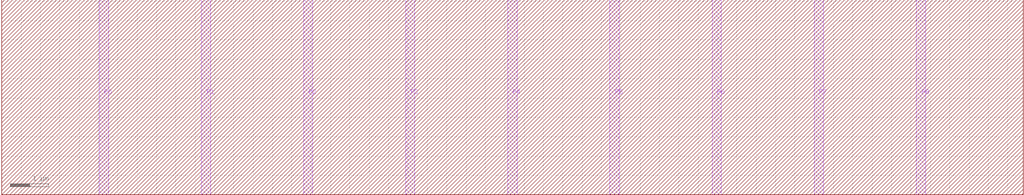
<source format=lef>
VERSION 5.1 ;

NAMESCASESENSITIVE ON ;

UNITS
    DATABASE MICRONS 100 ;
END UNITS

LAYER POLY1
    TYPE MASTERSLICE ;
END POLY1

LAYER METAL1
    TYPE ROUTING ;
    WIDTH 0.23 ;
    SPACING 0.23 ;
    SPACING 0.6 RANGE 10.0 100000.0 ;
    PITCH 0.56 ;
    DIRECTION HORIZONTAL ;
END METAL1

LAYER VIA12
    TYPE CUT ;
END VIA12

LAYER METAL2
    TYPE ROUTING ;
    WIDTH 0.28 ;
    SPACING 0.28 ;
    SPACING 0.6 RANGE 10.0 100000.0 ;
    PITCH 0.66 ;
    DIRECTION VERTICAL ;
END METAL2

LAYER VIA23
    TYPE CUT ;
END VIA23

LAYER METAL3
    TYPE ROUTING ;
    WIDTH 0.28 ;
    SPACING 0.28 ;
    SPACING 0.6 RANGE 10.0 100000.0 ;
    PITCH 0.56 ;
    DIRECTION HORIZONTAL ;
END METAL3

LAYER VIA34
    TYPE CUT ;
END VIA34

LAYER METAL4
    TYPE ROUTING ;
    WIDTH 0.28 ;
    SPACING 0.28 ;
    SPACING 0.6 RANGE 10.0 100000.0 ;
    PITCH 0.66 ;
    DIRECTION VERTICAL ;
END METAL4

LAYER VIA45
    TYPE CUT ;
END VIA45

LAYER METAL5
    TYPE ROUTING ;
    WIDTH 0.44 ;
    SPACING 0.46 ;
    SPACING 0.6 RANGE 10.0 100000.0 ;
    PITCH 1.12 ;
    DIRECTION HORIZONTAL ;
END METAL5

LAYER OVERLAP
    TYPE OVERLAP ;
END OVERLAP

VIA via1 DEFAULT
    LAYER METAL1 ;
        RECT -0.19 -0.14 0.19 0.14 ;
    LAYER VIA12 ;
        RECT -0.13 -0.13 0.13 0.13 ;
    LAYER METAL2 ;
        RECT -0.19 -0.14 0.19 0.14 ;
END via1

VIA via2 DEFAULT
    LAYER METAL2 ;
        RECT -0.19 -0.14 0.19 0.14 ;
    LAYER VIA23 ;
        RECT -0.13 -0.13 0.13 0.13 ;
    LAYER METAL3 ;
        RECT -0.19 -0.14 0.19 0.14 ;
END via2

VIA via3 DEFAULT
    LAYER METAL3 ;
        RECT -0.19 -0.14 0.19 0.14 ;
    LAYER VIA34 ;
        RECT -0.13 -0.13 0.13 0.13 ;
    LAYER METAL4 ;
        RECT -0.19 -0.14 0.19 0.14 ;
END via3

VIA via4 DEFAULT
    LAYER METAL4 ;
        RECT -0.24 -0.19 0.24 0.19 ;
    LAYER VIA45 ;
        RECT -0.18 -0.18 0.18 0.18 ;
    LAYER METAL5 ;
        RECT -0.27 -0.27 0.27 0.27 ;
END via4

SPACING
    SAMENET METAL1 METAL1 0.23 ;
    SAMENET METAL2 METAL2 0.28 ;
    SAMENET METAL3 METAL3 0.28 ;
    SAMENET METAL4 METAL4 0.28 ;
    SAMENET METAL5 METAL5 0.46 ;
    SAMENET VIA12 VIA12 0.26 ;
    SAMENET VIA23 VIA23 0.26 ;
    SAMENET VIA34 VIA34 0.26 ;
    SAMENET VIA45 VIA34 0.35 ;
END SPACING

SITE core
    SIZE 0.66 BY 5.04 ;
    CLASS CORE ;
    SYMMETRY y ;
END core

MACRO mod0
    CLASS CORE ;
    SIZE 9.24 BY 5.04 ;
    ORIGIN 0.00 0.00 ;
    SYMMETRY x y ;
    SITE core ;
    PIN P0
        DIRECTION INOUT ;
        USE SIGNAL ;
        PORT
        LAYER METAL1 ;
        RECT 1.4200 0.0000 1.6600 5.0400 ;
        END
    END P0
    PIN P1
        DIRECTION INOUT ;
        USE SIGNAL ;
        PORT
        LAYER METAL1 ;
        RECT 2.9600 0.0000 3.2000 5.0400 ;
        END
    END P1
    PIN P2
        DIRECTION INOUT ;
        USE SIGNAL ;
        PORT
        LAYER METAL1 ;
        RECT 4.5000 0.0000 4.7400 5.0400 ;
        END
    END P2
    PIN P3
        DIRECTION INOUT ;
        USE SIGNAL ;
        PORT
        LAYER METAL1 ;
        RECT 6.0400 0.0000 6.2800 5.0400 ;
        END
    END P3
    PIN P4
        DIRECTION INOUT ;
        USE SIGNAL ;
        PORT
        LAYER METAL1 ;
        RECT 7.5800 0.0000 7.8200 5.0400 ;
        END
    END P4
END mod0

MACRO mod1
    CLASS CORE ;
    SIZE 9.24 BY 5.04 ;
    ORIGIN 0.00 0.00 ;
    SYMMETRY x y ;
    SITE core ;
    PIN P0
        DIRECTION INOUT ;
        USE SIGNAL ;
        PORT
        LAYER METAL1 ;
        RECT 1.2000 0.0000 1.4400 5.0400 ;
        END
    END P0
    PIN P1
        DIRECTION INOUT ;
        USE SIGNAL ;
        PORT
        LAYER METAL1 ;
        RECT 2.5200 0.0000 2.7600 5.0400 ;
        END
    END P1
    PIN P2
        DIRECTION INOUT ;
        USE SIGNAL ;
        PORT
        LAYER METAL1 ;
        RECT 3.8400 0.0000 4.0800 5.0400 ;
        END
    END P2
    PIN P3
        DIRECTION INOUT ;
        USE SIGNAL ;
        PORT
        LAYER METAL1 ;
        RECT 5.1600 0.0000 5.4000 5.0400 ;
        END
    END P3
    PIN P4
        DIRECTION INOUT ;
        USE SIGNAL ;
        PORT
        LAYER METAL1 ;
        RECT 6.4800 0.0000 6.7200 5.0400 ;
        END
    END P4
    PIN P5
        DIRECTION INOUT ;
        USE SIGNAL ;
        PORT
        LAYER METAL1 ;
        RECT 7.8000 0.0000 8.0400 5.0400 ;
        END
    END P5
END mod1

MACRO mod2
    CLASS CORE ;
    SIZE 9.24 BY 5.04 ;
    ORIGIN 0.00 0.00 ;
    SYMMETRY x y ;
    SITE core ;
    PIN P0
        DIRECTION INOUT ;
        USE SIGNAL ;
        PORT
        LAYER METAL1 ;
        RECT 0.8100 0.0000 1.0500 5.0400 ;
        END
    END P0
    PIN P1
        DIRECTION INOUT ;
        USE SIGNAL ;
        PORT
        LAYER METAL1 ;
        RECT 1.7300 0.0000 1.9700 5.0400 ;
        END
    END P1
    PIN P2
        DIRECTION INOUT ;
        USE SIGNAL ;
        PORT
        LAYER METAL1 ;
        RECT 2.6600 0.0000 2.9000 5.0400 ;
        END
    END P2
    PIN P3
        DIRECTION INOUT ;
        USE SIGNAL ;
        PORT
        LAYER METAL1 ;
        RECT 3.5800 0.0000 3.8200 5.0400 ;
        END
    END P3
    PIN P4
        DIRECTION INOUT ;
        USE SIGNAL ;
        PORT
        LAYER METAL1 ;
        RECT 4.5000 0.0000 4.7400 5.0400 ;
        END
    END P4
    PIN P5
        DIRECTION INOUT ;
        USE SIGNAL ;
        PORT
        LAYER METAL1 ;
        RECT 5.4200 0.0000 5.6600 5.0400 ;
        END
    END P5
    PIN P6
        DIRECTION INOUT ;
        USE SIGNAL ;
        PORT
        LAYER METAL1 ;
        RECT 6.3400 0.0000 6.5800 5.0400 ;
        END
    END P6
    PIN P7
        DIRECTION INOUT ;
        USE SIGNAL ;
        PORT
        LAYER METAL1 ;
        RECT 7.2700 0.0000 7.5100 5.0400 ;
        END
    END P7
    PIN P8
        DIRECTION INOUT ;
        USE SIGNAL ;
        PORT
        LAYER METAL1 ;
        RECT 8.1900 0.0000 8.4300 5.0400 ;
        END
    END P8
END mod2

MACRO mod3
    CLASS CORE ;
    SIZE 15.84 BY 5.04 ;
    ORIGIN 0.00 0.00 ;
    SYMMETRY x y ;
    SITE core ;
    PIN P0
        DIRECTION INOUT ;
        USE SIGNAL ;
        PORT
        LAYER METAL1 ;
        RECT 3.0500 0.0000 3.2900 5.0400 ;
        END
    END P0
    PIN P1
        DIRECTION INOUT ;
        USE SIGNAL ;
        PORT
        LAYER METAL1 ;
        RECT 6.2200 0.0000 6.4600 5.0400 ;
        END
    END P1
    PIN P2
        DIRECTION INOUT ;
        USE SIGNAL ;
        PORT
        LAYER METAL1 ;
        RECT 9.3800 0.0000 9.6200 5.0400 ;
        END
    END P2
    PIN P3
        DIRECTION INOUT ;
        USE SIGNAL ;
        PORT
        LAYER METAL1 ;
        RECT 12.5500 0.0000 12.7900 5.0400 ;
        END
    END P3
END mod3

MACRO mod4
    CLASS CORE ;
    SIZE 9.24 BY 5.04 ;
    ORIGIN 0.00 0.00 ;
    SYMMETRY x y ;
    SITE core ;
    PIN P0
        DIRECTION INOUT ;
        USE SIGNAL ;
        PORT
        LAYER METAL1 ;
        RECT 0.9100 0.0000 1.1500 5.0400 ;
        END
    END P0
    PIN P1
        DIRECTION INOUT ;
        USE SIGNAL ;
        PORT
        LAYER METAL1 ;
        RECT 1.9400 0.0000 2.1800 5.0400 ;
        END
    END P1
    PIN P2
        DIRECTION INOUT ;
        USE SIGNAL ;
        PORT
        LAYER METAL1 ;
        RECT 2.9600 0.0000 3.2000 5.0400 ;
        END
    END P2
    PIN P3
        DIRECTION INOUT ;
        USE SIGNAL ;
        PORT
        LAYER METAL1 ;
        RECT 3.9900 0.0000 4.2300 5.0400 ;
        END
    END P3
    PIN P4
        DIRECTION INOUT ;
        USE SIGNAL ;
        PORT
        LAYER METAL1 ;
        RECT 5.0100 0.0000 5.2500 5.0400 ;
        END
    END P4
    PIN P5
        DIRECTION INOUT ;
        USE SIGNAL ;
        PORT
        LAYER METAL1 ;
        RECT 6.0300 0.0000 6.2700 5.0400 ;
        END
    END P5
    PIN P6
        DIRECTION INOUT ;
        USE SIGNAL ;
        PORT
        LAYER METAL1 ;
        RECT 7.0600 0.0000 7.3000 5.0400 ;
        END
    END P6
    PIN P7
        DIRECTION INOUT ;
        USE SIGNAL ;
        PORT
        LAYER METAL1 ;
        RECT 8.0900 0.0000 8.3300 5.0400 ;
        END
    END P7
END mod4

MACRO mod5
    CLASS CORE ;
    SIZE 3.96 BY 5.04 ;
    ORIGIN 0.00 0.00 ;
    SYMMETRY x y ;
    SITE core ;
    PIN P0
        DIRECTION INOUT ;
        USE SIGNAL ;
        PORT
        LAYER METAL1 ;
        RECT 1.2000 0.0000 1.4400 5.0400 ;
        END
    END P0
    PIN P1
        DIRECTION INOUT ;
        USE SIGNAL ;
        PORT
        LAYER METAL1 ;
        RECT 2.5200 0.0000 2.7600 5.0400 ;
        END
    END P1
END mod5

MACRO mod6
    CLASS CORE ;
    SIZE 5.28 BY 5.04 ;
    ORIGIN 0.00 0.00 ;
    SYMMETRY x y ;
    SITE core ;
    PIN P0
        DIRECTION INOUT ;
        USE SIGNAL ;
        PORT
        LAYER METAL1 ;
        RECT 1.2000 0.0000 1.4400 5.0400 ;
        END
    END P0
    PIN P1
        DIRECTION INOUT ;
        USE SIGNAL ;
        PORT
        LAYER METAL1 ;
        RECT 2.5200 0.0000 2.7600 5.0400 ;
        END
    END P1
    PIN P2
        DIRECTION INOUT ;
        USE SIGNAL ;
        PORT
        LAYER METAL1 ;
        RECT 3.8400 0.0000 4.0800 5.0400 ;
        END
    END P2
END mod6

MACRO mod7
    CLASS CORE ;
    SIZE 9.24 BY 5.04 ;
    ORIGIN 0.00 0.00 ;
    SYMMETRY x y ;
    SITE core ;
    PIN P0
        DIRECTION INOUT ;
        USE SIGNAL ;
        PORT
        LAYER METAL1 ;
        RECT 2.9600 0.0000 3.2000 5.0400 ;
        END
    END P0
    PIN P1
        DIRECTION INOUT ;
        USE SIGNAL ;
        PORT
        LAYER METAL1 ;
        RECT 6.0400 0.0000 6.2800 5.0400 ;
        END
    END P1
END mod7

MACRO mod8
    CLASS CORE ;
    SIZE 3.96 BY 5.04 ;
    ORIGIN 0.00 0.00 ;
    SYMMETRY x y ;
    SITE core ;
    PIN P0
        DIRECTION INOUT ;
        USE SIGNAL ;
        PORT
        LAYER METAL1 ;
        RECT 0.6800 0.0000 0.9200 5.0400 ;
        END
    END P0
    PIN P1
        DIRECTION INOUT ;
        USE SIGNAL ;
        PORT
        LAYER METAL1 ;
        RECT 1.4700 0.0000 1.7100 5.0400 ;
        END
    END P1
    PIN P2
        DIRECTION INOUT ;
        USE SIGNAL ;
        PORT
        LAYER METAL1 ;
        RECT 2.2500 0.0000 2.4900 5.0400 ;
        END
    END P2
    PIN P3
        DIRECTION INOUT ;
        USE SIGNAL ;
        PORT
        LAYER METAL1 ;
        RECT 3.0400 0.0000 3.2800 5.0400 ;
        END
    END P3
END mod8

MACRO mod9
    CLASS CORE ;
    SIZE 1.32 BY 5.04 ;
    ORIGIN 0.00 0.00 ;
    SYMMETRY x y ;
    SITE core ;
    PIN P0
        DIRECTION INOUT ;
        USE SIGNAL ;
        PORT
        LAYER METAL1 ;
        RECT 0.3200 0.0000 0.5600 5.0400 ;
        END
    END P0
    PIN P1
        DIRECTION INOUT ;
        USE SIGNAL ;
        PORT
        LAYER METAL1 ;
        RECT 0.7600 0.0000 1.0000 5.0400 ;
        END
    END P1
END mod9

MACRO mod10
    CLASS CORE ;
    SIZE 2.64 BY 5.04 ;
    ORIGIN 0.00 0.00 ;
    SYMMETRY x y ;
    SITE core ;
    PIN P0
        DIRECTION INOUT ;
        USE SIGNAL ;
        PORT
        LAYER METAL1 ;
        RECT 0.7600 0.0000 1.0000 5.0400 ;
        END
    END P0
    PIN P1
        DIRECTION INOUT ;
        USE SIGNAL ;
        PORT
        LAYER METAL1 ;
        RECT 1.6400 0.0000 1.8800 5.0400 ;
        END
    END P1
END mod10

MACRO mod11
    CLASS CORE ;
    SIZE 13.20 BY 5.04 ;
    ORIGIN 0.00 0.00 ;
    SYMMETRY x y ;
    SITE core ;
    PIN P0
        DIRECTION INOUT ;
        USE SIGNAL ;
        PORT
        LAYER METAL1 ;
        RECT 2.5200 0.0000 2.7600 5.0400 ;
        END
    END P0
    PIN P1
        DIRECTION INOUT ;
        USE SIGNAL ;
        PORT
        LAYER METAL1 ;
        RECT 5.1600 0.0000 5.4000 5.0400 ;
        END
    END P1
    PIN P2
        DIRECTION INOUT ;
        USE SIGNAL ;
        PORT
        LAYER METAL1 ;
        RECT 7.8000 0.0000 8.0400 5.0400 ;
        END
    END P2
    PIN P3
        DIRECTION INOUT ;
        USE SIGNAL ;
        PORT
        LAYER METAL1 ;
        RECT 10.4400 0.0000 10.6800 5.0400 ;
        END
    END P3
END mod11

MACRO mod12
    CLASS CORE ;
    SIZE 7.92 BY 5.04 ;
    ORIGIN 0.00 0.00 ;
    SYMMETRY x y ;
    SITE core ;
    PIN P0
        DIRECTION INOUT ;
        USE SIGNAL ;
        PORT
        LAYER METAL1 ;
        RECT 2.5200 0.0000 2.7600 5.0400 ;
        END
    END P0
    PIN P1
        DIRECTION INOUT ;
        USE SIGNAL ;
        PORT
        LAYER METAL1 ;
        RECT 5.1600 0.0000 5.4000 5.0400 ;
        END
    END P1
END mod12

MACRO mod13
    CLASS CORE ;
    SIZE 1.32 BY 5.04 ;
    ORIGIN 0.00 0.00 ;
    SYMMETRY x y ;
    SITE core ;
    PIN P0
        DIRECTION INOUT ;
        USE SIGNAL ;
        PORT
        LAYER METAL1 ;
        RECT 0.5400 0.0000 0.7800 5.0400 ;
        END
    END P0
END mod13

MACRO mod14
    CLASS CORE ;
    SIZE 3.96 BY 5.04 ;
    ORIGIN 0.00 0.00 ;
    SYMMETRY x y ;
    SITE core ;
    PIN P0
        DIRECTION INOUT ;
        USE SIGNAL ;
        PORT
        LAYER METAL1 ;
        RECT 0.8700 0.0000 1.1100 5.0400 ;
        END
    END P0
    PIN P1
        DIRECTION INOUT ;
        USE SIGNAL ;
        PORT
        LAYER METAL1 ;
        RECT 1.8600 0.0000 2.1000 5.0400 ;
        END
    END P1
    PIN P2
        DIRECTION INOUT ;
        USE SIGNAL ;
        PORT
        LAYER METAL1 ;
        RECT 2.8500 0.0000 3.0900 5.0400 ;
        END
    END P2
END mod14

MACRO mod15
    CLASS CORE ;
    SIZE 5.28 BY 5.04 ;
    ORIGIN 0.00 0.00 ;
    SYMMETRY x y ;
    SITE core ;
    PIN P0
        DIRECTION INOUT ;
        USE SIGNAL ;
        PORT
        LAYER METAL1 ;
        RECT 0.9400 0.0000 1.1800 5.0400 ;
        END
    END P0
    PIN P1
        DIRECTION INOUT ;
        USE SIGNAL ;
        PORT
        LAYER METAL1 ;
        RECT 2.0000 0.0000 2.2400 5.0400 ;
        END
    END P1
    PIN P2
        DIRECTION INOUT ;
        USE SIGNAL ;
        PORT
        LAYER METAL1 ;
        RECT 3.0400 0.0000 3.2800 5.0400 ;
        END
    END P2
    PIN P3
        DIRECTION INOUT ;
        USE SIGNAL ;
        PORT
        LAYER METAL1 ;
        RECT 4.1000 0.0000 4.3400 5.0400 ;
        END
    END P3
END mod15

MACRO mod16
    CLASS CORE ;
    SIZE 5.28 BY 5.04 ;
    ORIGIN 0.00 0.00 ;
    SYMMETRY x y ;
    SITE core ;
    PIN P0
        DIRECTION INOUT ;
        USE SIGNAL ;
        PORT
        LAYER METAL1 ;
        RECT 1.6400 0.0000 1.8800 5.0400 ;
        END
    END P0
    PIN P1
        DIRECTION INOUT ;
        USE SIGNAL ;
        PORT
        LAYER METAL1 ;
        RECT 3.4000 0.0000 3.6400 5.0400 ;
        END
    END P1
END mod16

MACRO mod17
    CLASS CORE ;
    SIZE 6.60 BY 5.04 ;
    ORIGIN 0.00 0.00 ;
    SYMMETRY x y ;
    SITE core ;
    PIN P0
        DIRECTION INOUT ;
        USE SIGNAL ;
        PORT
        LAYER METAL1 ;
        RECT 2.0800 0.0000 2.3200 5.0400 ;
        END
    END P0
    PIN P1
        DIRECTION INOUT ;
        USE SIGNAL ;
        PORT
        LAYER METAL1 ;
        RECT 4.2800 0.0000 4.5200 5.0400 ;
        END
    END P1
END mod17

MACRO mod18
    CLASS CORE ;
    SIZE 11.88 BY 5.04 ;
    ORIGIN 0.00 0.00 ;
    SYMMETRY x y ;
    SITE core ;
    PIN P0
        DIRECTION INOUT ;
        USE SIGNAL ;
        PORT
        LAYER METAL1 ;
        RECT 1.5800 0.0000 1.8200 5.0400 ;
        END
    END P0
    PIN P1
        DIRECTION INOUT ;
        USE SIGNAL ;
        PORT
        LAYER METAL1 ;
        RECT 3.2800 0.0000 3.5200 5.0400 ;
        END
    END P1
    PIN P2
        DIRECTION INOUT ;
        USE SIGNAL ;
        PORT
        LAYER METAL1 ;
        RECT 4.9800 0.0000 5.2200 5.0400 ;
        END
    END P2
    PIN P3
        DIRECTION INOUT ;
        USE SIGNAL ;
        PORT
        LAYER METAL1 ;
        RECT 6.6600 0.0000 6.9000 5.0400 ;
        END
    END P3
    PIN P4
        DIRECTION INOUT ;
        USE SIGNAL ;
        PORT
        LAYER METAL1 ;
        RECT 8.3600 0.0000 8.6000 5.0400 ;
        END
    END P4
    PIN P5
        DIRECTION INOUT ;
        USE SIGNAL ;
        PORT
        LAYER METAL1 ;
        RECT 10.0600 0.0000 10.3000 5.0400 ;
        END
    END P5
END mod18

MACRO mod19
    CLASS CORE ;
    SIZE 13.20 BY 5.04 ;
    ORIGIN 0.00 0.00 ;
    SYMMETRY x y ;
    SITE core ;
    PIN P0
        DIRECTION INOUT ;
        USE SIGNAL ;
        PORT
        LAYER METAL1 ;
        RECT 1.7700 0.0000 2.0100 5.0400 ;
        END
    END P0
    PIN P1
        DIRECTION INOUT ;
        USE SIGNAL ;
        PORT
        LAYER METAL1 ;
        RECT 3.6600 0.0000 3.9000 5.0400 ;
        END
    END P1
    PIN P2
        DIRECTION INOUT ;
        USE SIGNAL ;
        PORT
        LAYER METAL1 ;
        RECT 5.5400 0.0000 5.7800 5.0400 ;
        END
    END P2
    PIN P3
        DIRECTION INOUT ;
        USE SIGNAL ;
        PORT
        LAYER METAL1 ;
        RECT 7.4200 0.0000 7.6600 5.0400 ;
        END
    END P3
    PIN P4
        DIRECTION INOUT ;
        USE SIGNAL ;
        PORT
        LAYER METAL1 ;
        RECT 9.3000 0.0000 9.5400 5.0400 ;
        END
    END P4
    PIN P5
        DIRECTION INOUT ;
        USE SIGNAL ;
        PORT
        LAYER METAL1 ;
        RECT 11.1900 0.0000 11.4300 5.0400 ;
        END
    END P5
END mod19

MACRO mod20
    CLASS CORE ;
    SIZE 10.56 BY 5.04 ;
    ORIGIN 0.00 0.00 ;
    SYMMETRY x y ;
    SITE core ;
    PIN P0
        DIRECTION INOUT ;
        USE SIGNAL ;
        PORT
        LAYER METAL1 ;
        RECT 3.4000 0.0000 3.6400 5.0400 ;
        END
    END P0
    PIN P1
        DIRECTION INOUT ;
        USE SIGNAL ;
        PORT
        LAYER METAL1 ;
        RECT 6.9200 0.0000 7.1600 5.0400 ;
        END
    END P1
END mod20

MACRO mod21
    CLASS CORE ;
    SIZE 18.48 BY 5.04 ;
    ORIGIN 0.00 0.00 ;
    SYMMETRY x y ;
    SITE core ;
    PIN P0
        DIRECTION INOUT ;
        USE SIGNAL ;
        PORT
        LAYER METAL1 ;
        RECT 1.7300 0.0000 1.9700 5.0400 ;
        END
    END P0
    PIN P1
        DIRECTION INOUT ;
        USE SIGNAL ;
        PORT
        LAYER METAL1 ;
        RECT 3.5800 0.0000 3.8200 5.0400 ;
        END
    END P1
    PIN P2
        DIRECTION INOUT ;
        USE SIGNAL ;
        PORT
        LAYER METAL1 ;
        RECT 5.4300 0.0000 5.6700 5.0400 ;
        END
    END P2
    PIN P3
        DIRECTION INOUT ;
        USE SIGNAL ;
        PORT
        LAYER METAL1 ;
        RECT 7.2800 0.0000 7.5200 5.0400 ;
        END
    END P3
    PIN P4
        DIRECTION INOUT ;
        USE SIGNAL ;
        PORT
        LAYER METAL1 ;
        RECT 9.1200 0.0000 9.3600 5.0400 ;
        END
    END P4
    PIN P5
        DIRECTION INOUT ;
        USE SIGNAL ;
        PORT
        LAYER METAL1 ;
        RECT 10.9600 0.0000 11.2000 5.0400 ;
        END
    END P5
    PIN P6
        DIRECTION INOUT ;
        USE SIGNAL ;
        PORT
        LAYER METAL1 ;
        RECT 12.8100 0.0000 13.0500 5.0400 ;
        END
    END P6
    PIN P7
        DIRECTION INOUT ;
        USE SIGNAL ;
        PORT
        LAYER METAL1 ;
        RECT 14.6600 0.0000 14.9000 5.0400 ;
        END
    END P7
    PIN P8
        DIRECTION INOUT ;
        USE SIGNAL ;
        PORT
        LAYER METAL1 ;
        RECT 16.5100 0.0000 16.7500 5.0400 ;
        END
    END P8
END mod21

MACRO mod22
    CLASS CORE ;
    SIZE 5.28 BY 5.04 ;
    ORIGIN 0.00 0.00 ;
    SYMMETRY x y ;
    SITE core ;
    PIN P0
        DIRECTION INOUT ;
        USE SIGNAL ;
        PORT
        LAYER METAL1 ;
        RECT 0.7600 0.0000 1.0000 5.0400 ;
        END
    END P0
    PIN P1
        DIRECTION INOUT ;
        USE SIGNAL ;
        PORT
        LAYER METAL1 ;
        RECT 1.6400 0.0000 1.8800 5.0400 ;
        END
    END P1
    PIN P2
        DIRECTION INOUT ;
        USE SIGNAL ;
        PORT
        LAYER METAL1 ;
        RECT 2.5200 0.0000 2.7600 5.0400 ;
        END
    END P2
    PIN P3
        DIRECTION INOUT ;
        USE SIGNAL ;
        PORT
        LAYER METAL1 ;
        RECT 3.4000 0.0000 3.6400 5.0400 ;
        END
    END P3
    PIN P4
        DIRECTION INOUT ;
        USE SIGNAL ;
        PORT
        LAYER METAL1 ;
        RECT 4.2800 0.0000 4.5200 5.0400 ;
        END
    END P4
END mod22

MACRO mod23
    CLASS CORE ;
    SIZE 26.40 BY 5.04 ;
    ORIGIN 0.00 0.00 ;
    SYMMETRY x y ;
    SITE core ;
    PIN P0
        DIRECTION INOUT ;
        USE SIGNAL ;
        PORT
        LAYER METAL1 ;
        RECT 2.5200 0.0000 2.7600 5.0400 ;
        END
    END P0
    PIN P1
        DIRECTION INOUT ;
        USE SIGNAL ;
        PORT
        LAYER METAL1 ;
        RECT 5.1600 0.0000 5.4000 5.0400 ;
        END
    END P1
    PIN P2
        DIRECTION INOUT ;
        USE SIGNAL ;
        PORT
        LAYER METAL1 ;
        RECT 7.8000 0.0000 8.0400 5.0400 ;
        END
    END P2
    PIN P3
        DIRECTION INOUT ;
        USE SIGNAL ;
        PORT
        LAYER METAL1 ;
        RECT 10.4400 0.0000 10.6800 5.0400 ;
        END
    END P3
    PIN P4
        DIRECTION INOUT ;
        USE SIGNAL ;
        PORT
        LAYER METAL1 ;
        RECT 13.0800 0.0000 13.3200 5.0400 ;
        END
    END P4
    PIN P5
        DIRECTION INOUT ;
        USE SIGNAL ;
        PORT
        LAYER METAL1 ;
        RECT 15.7200 0.0000 15.9600 5.0400 ;
        END
    END P5
    PIN P6
        DIRECTION INOUT ;
        USE SIGNAL ;
        PORT
        LAYER METAL1 ;
        RECT 18.3600 0.0000 18.6000 5.0400 ;
        END
    END P6
    PIN P7
        DIRECTION INOUT ;
        USE SIGNAL ;
        PORT
        LAYER METAL1 ;
        RECT 21.0000 0.0000 21.2400 5.0400 ;
        END
    END P7
    PIN P8
        DIRECTION INOUT ;
        USE SIGNAL ;
        PORT
        LAYER METAL1 ;
        RECT 23.6400 0.0000 23.8800 5.0400 ;
        END
    END P8
END mod23

MACRO mod24
    CLASS CORE ;
    SIZE 7.92 BY 5.04 ;
    ORIGIN 0.00 0.00 ;
    SYMMETRY x y ;
    SITE core ;
    PIN P0
        DIRECTION INOUT ;
        USE SIGNAL ;
        PORT
        LAYER METAL1 ;
        RECT 0.8700 0.0000 1.1100 5.0400 ;
        END
    END P0
    PIN P1
        DIRECTION INOUT ;
        USE SIGNAL ;
        PORT
        LAYER METAL1 ;
        RECT 1.8600 0.0000 2.1000 5.0400 ;
        END
    END P1
    PIN P2
        DIRECTION INOUT ;
        USE SIGNAL ;
        PORT
        LAYER METAL1 ;
        RECT 2.8500 0.0000 3.0900 5.0400 ;
        END
    END P2
    PIN P3
        DIRECTION INOUT ;
        USE SIGNAL ;
        PORT
        LAYER METAL1 ;
        RECT 3.8400 0.0000 4.0800 5.0400 ;
        END
    END P3
    PIN P4
        DIRECTION INOUT ;
        USE SIGNAL ;
        PORT
        LAYER METAL1 ;
        RECT 4.8300 0.0000 5.0700 5.0400 ;
        END
    END P4
    PIN P5
        DIRECTION INOUT ;
        USE SIGNAL ;
        PORT
        LAYER METAL1 ;
        RECT 5.8200 0.0000 6.0600 5.0400 ;
        END
    END P5
    PIN P6
        DIRECTION INOUT ;
        USE SIGNAL ;
        PORT
        LAYER METAL1 ;
        RECT 6.8100 0.0000 7.0500 5.0400 ;
        END
    END P6
END mod24

MACRO mod25
    CLASS CORE ;
    SIZE 2.64 BY 5.04 ;
    ORIGIN 0.00 0.00 ;
    SYMMETRY x y ;
    SITE core ;
    PIN P0
        DIRECTION INOUT ;
        USE SIGNAL ;
        PORT
        LAYER METAL1 ;
        RECT 0.5400 0.0000 0.7800 5.0400 ;
        END
    END P0
    PIN P1
        DIRECTION INOUT ;
        USE SIGNAL ;
        PORT
        LAYER METAL1 ;
        RECT 1.2000 0.0000 1.4400 5.0400 ;
        END
    END P1
    PIN P2
        DIRECTION INOUT ;
        USE SIGNAL ;
        PORT
        LAYER METAL1 ;
        RECT 1.8600 0.0000 2.1000 5.0400 ;
        END
    END P2
END mod25

MACRO mod26
    CLASS CORE ;
    SIZE 3.96 BY 5.04 ;
    ORIGIN 0.00 0.00 ;
    SYMMETRY x y ;
    SITE core ;
    PIN P0
        DIRECTION INOUT ;
        USE SIGNAL ;
        PORT
        LAYER METAL1 ;
        RECT 1.8600 0.0000 2.1000 5.0400 ;
        END
    END P0
END mod26

MACRO mod27
    CLASS CORE ;
    SIZE 6.60 BY 5.04 ;
    ORIGIN 0.00 0.00 ;
    SYMMETRY x y ;
    SITE core ;
    PIN P0
        DIRECTION INOUT ;
        USE SIGNAL ;
        PORT
        LAYER METAL1 ;
        RECT 0.9800 0.0000 1.2200 5.0400 ;
        END
    END P0
    PIN P1
        DIRECTION INOUT ;
        USE SIGNAL ;
        PORT
        LAYER METAL1 ;
        RECT 2.0800 0.0000 2.3200 5.0400 ;
        END
    END P1
    PIN P2
        DIRECTION INOUT ;
        USE SIGNAL ;
        PORT
        LAYER METAL1 ;
        RECT 3.1800 0.0000 3.4200 5.0400 ;
        END
    END P2
    PIN P3
        DIRECTION INOUT ;
        USE SIGNAL ;
        PORT
        LAYER METAL1 ;
        RECT 4.2800 0.0000 4.5200 5.0400 ;
        END
    END P3
    PIN P4
        DIRECTION INOUT ;
        USE SIGNAL ;
        PORT
        LAYER METAL1 ;
        RECT 5.3800 0.0000 5.6200 5.0400 ;
        END
    END P4
END mod27

MACRO mod28
    CLASS CORE ;
    SIZE 17.16 BY 5.04 ;
    ORIGIN 0.00 0.00 ;
    SYMMETRY x y ;
    SITE core ;
    PIN P0
        DIRECTION INOUT ;
        USE SIGNAL ;
        PORT
        LAYER METAL1 ;
        RECT 2.0300 0.0000 2.2700 5.0400 ;
        END
    END P0
    PIN P1
        DIRECTION INOUT ;
        USE SIGNAL ;
        PORT
        LAYER METAL1 ;
        RECT 4.1700 0.0000 4.4100 5.0400 ;
        END
    END P1
    PIN P2
        DIRECTION INOUT ;
        USE SIGNAL ;
        PORT
        LAYER METAL1 ;
        RECT 6.3200 0.0000 6.5600 5.0400 ;
        END
    END P2
    PIN P3
        DIRECTION INOUT ;
        USE SIGNAL ;
        PORT
        LAYER METAL1 ;
        RECT 8.4600 0.0000 8.7000 5.0400 ;
        END
    END P3
    PIN P4
        DIRECTION INOUT ;
        USE SIGNAL ;
        PORT
        LAYER METAL1 ;
        RECT 10.6000 0.0000 10.8400 5.0400 ;
        END
    END P4
    PIN P5
        DIRECTION INOUT ;
        USE SIGNAL ;
        PORT
        LAYER METAL1 ;
        RECT 12.7500 0.0000 12.9900 5.0400 ;
        END
    END P5
    PIN P6
        DIRECTION INOUT ;
        USE SIGNAL ;
        PORT
        LAYER METAL1 ;
        RECT 14.8900 0.0000 15.1300 5.0400 ;
        END
    END P6
END mod28

MACRO mod30
    CLASS CORE ;
    SIZE 18.48 BY 5.04 ;
    ORIGIN 0.00 0.00 ;
    SYMMETRY x y ;
    SITE core ;
    PIN P0
        DIRECTION INOUT ;
        USE SIGNAL ;
        PORT
        LAYER METAL1 ;
        RECT 1.9400 0.0000 2.1800 5.0400 ;
        END
    END P0
    PIN P1
        DIRECTION INOUT ;
        USE SIGNAL ;
        PORT
        LAYER METAL1 ;
        RECT 3.9900 0.0000 4.2300 5.0400 ;
        END
    END P1
    PIN P2
        DIRECTION INOUT ;
        USE SIGNAL ;
        PORT
        LAYER METAL1 ;
        RECT 6.0400 0.0000 6.2800 5.0400 ;
        END
    END P2
    PIN P3
        DIRECTION INOUT ;
        USE SIGNAL ;
        PORT
        LAYER METAL1 ;
        RECT 8.1000 0.0000 8.3400 5.0400 ;
        END
    END P3
    PIN P4
        DIRECTION INOUT ;
        USE SIGNAL ;
        PORT
        LAYER METAL1 ;
        RECT 10.1400 0.0000 10.3800 5.0400 ;
        END
    END P4
    PIN P5
        DIRECTION INOUT ;
        USE SIGNAL ;
        PORT
        LAYER METAL1 ;
        RECT 12.1900 0.0000 12.4300 5.0400 ;
        END
    END P5
    PIN P6
        DIRECTION INOUT ;
        USE SIGNAL ;
        PORT
        LAYER METAL1 ;
        RECT 14.2500 0.0000 14.4900 5.0400 ;
        END
    END P6
    PIN P7
        DIRECTION INOUT ;
        USE SIGNAL ;
        PORT
        LAYER METAL1 ;
        RECT 16.3000 0.0000 16.5400 5.0400 ;
        END
    END P7
END mod30

MACRO mod31
    CLASS CORE ;
    SIZE 7.92 BY 5.04 ;
    ORIGIN 0.00 0.00 ;
    SYMMETRY x y ;
    SITE core ;
    PIN P0
        DIRECTION INOUT ;
        USE SIGNAL ;
        PORT
        LAYER METAL1 ;
        RECT 1.4700 0.0000 1.7100 5.0400 ;
        END
    END P0
    PIN P1
        DIRECTION INOUT ;
        USE SIGNAL ;
        PORT
        LAYER METAL1 ;
        RECT 3.0500 0.0000 3.2900 5.0400 ;
        END
    END P1
    PIN P2
        DIRECTION INOUT ;
        USE SIGNAL ;
        PORT
        LAYER METAL1 ;
        RECT 4.6300 0.0000 4.8700 5.0400 ;
        END
    END P2
    PIN P3
        DIRECTION INOUT ;
        USE SIGNAL ;
        PORT
        LAYER METAL1 ;
        RECT 6.2100 0.0000 6.4500 5.0400 ;
        END
    END P3
END mod31

MACRO mod32
    CLASS CORE ;
    SIZE 6.60 BY 5.04 ;
    ORIGIN 0.00 0.00 ;
    SYMMETRY x y ;
    SITE core ;
    PIN P0
        DIRECTION INOUT ;
        USE SIGNAL ;
        PORT
        LAYER METAL1 ;
        RECT 0.7100 0.0000 0.9500 5.0400 ;
        END
    END P0
    PIN P1
        DIRECTION INOUT ;
        USE SIGNAL ;
        PORT
        LAYER METAL1 ;
        RECT 1.5300 0.0000 1.7700 5.0400 ;
        END
    END P1
    PIN P2
        DIRECTION INOUT ;
        USE SIGNAL ;
        PORT
        LAYER METAL1 ;
        RECT 2.3600 0.0000 2.6000 5.0400 ;
        END
    END P2
    PIN P3
        DIRECTION INOUT ;
        USE SIGNAL ;
        PORT
        LAYER METAL1 ;
        RECT 3.1800 0.0000 3.4200 5.0400 ;
        END
    END P3
    PIN P4
        DIRECTION INOUT ;
        USE SIGNAL ;
        PORT
        LAYER METAL1 ;
        RECT 4.0000 0.0000 4.2400 5.0400 ;
        END
    END P4
    PIN P5
        DIRECTION INOUT ;
        USE SIGNAL ;
        PORT
        LAYER METAL1 ;
        RECT 4.8300 0.0000 5.0700 5.0400 ;
        END
    END P5
    PIN P6
        DIRECTION INOUT ;
        USE SIGNAL ;
        PORT
        LAYER METAL1 ;
        RECT 5.6500 0.0000 5.8900 5.0400 ;
        END
    END P6
END mod32

MACRO mod33
    CLASS CORE ;
    SIZE 7.92 BY 5.04 ;
    ORIGIN 0.00 0.00 ;
    SYMMETRY x y ;
    SITE core ;
    PIN P0
        DIRECTION INOUT ;
        USE SIGNAL ;
        PORT
        LAYER METAL1 ;
        RECT 1.2000 0.0000 1.4400 5.0400 ;
        END
    END P0
    PIN P1
        DIRECTION INOUT ;
        USE SIGNAL ;
        PORT
        LAYER METAL1 ;
        RECT 2.5200 0.0000 2.7600 5.0400 ;
        END
    END P1
    PIN P2
        DIRECTION INOUT ;
        USE SIGNAL ;
        PORT
        LAYER METAL1 ;
        RECT 3.8400 0.0000 4.0800 5.0400 ;
        END
    END P2
    PIN P3
        DIRECTION INOUT ;
        USE SIGNAL ;
        PORT
        LAYER METAL1 ;
        RECT 5.1600 0.0000 5.4000 5.0400 ;
        END
    END P3
    PIN P4
        DIRECTION INOUT ;
        USE SIGNAL ;
        PORT
        LAYER METAL1 ;
        RECT 6.4800 0.0000 6.7200 5.0400 ;
        END
    END P4
END mod33

MACRO mod34
    CLASS CORE ;
    SIZE 10.56 BY 5.04 ;
    ORIGIN 0.00 0.00 ;
    SYMMETRY x y ;
    SITE core ;
    PIN P0
        DIRECTION INOUT ;
        USE SIGNAL ;
        PORT
        LAYER METAL1 ;
        RECT 1.6400 0.0000 1.8800 5.0400 ;
        END
    END P0
    PIN P1
        DIRECTION INOUT ;
        USE SIGNAL ;
        PORT
        LAYER METAL1 ;
        RECT 3.4000 0.0000 3.6400 5.0400 ;
        END
    END P1
    PIN P2
        DIRECTION INOUT ;
        USE SIGNAL ;
        PORT
        LAYER METAL1 ;
        RECT 5.1600 0.0000 5.4000 5.0400 ;
        END
    END P2
    PIN P3
        DIRECTION INOUT ;
        USE SIGNAL ;
        PORT
        LAYER METAL1 ;
        RECT 6.9200 0.0000 7.1600 5.0400 ;
        END
    END P3
    PIN P4
        DIRECTION INOUT ;
        USE SIGNAL ;
        PORT
        LAYER METAL1 ;
        RECT 8.6800 0.0000 8.9200 5.0400 ;
        END
    END P4
END mod34

MACRO mod35
    CLASS CORE ;
    SIZE 13.20 BY 5.04 ;
    ORIGIN 0.00 0.00 ;
    SYMMETRY x y ;
    SITE core ;
    PIN P0
        DIRECTION INOUT ;
        USE SIGNAL ;
        PORT
        LAYER METAL1 ;
        RECT 3.1800 0.0000 3.4200 5.0400 ;
        END
    END P0
    PIN P1
        DIRECTION INOUT ;
        USE SIGNAL ;
        PORT
        LAYER METAL1 ;
        RECT 6.4800 0.0000 6.7200 5.0400 ;
        END
    END P1
    PIN P2
        DIRECTION INOUT ;
        USE SIGNAL ;
        PORT
        LAYER METAL1 ;
        RECT 9.7800 0.0000 10.0200 5.0400 ;
        END
    END P2
END mod35

MACRO mod36
    CLASS CORE ;
    SIZE 6.60 BY 5.04 ;
    ORIGIN 0.00 0.00 ;
    SYMMETRY x y ;
    SITE core ;
    PIN P0
        DIRECTION INOUT ;
        USE SIGNAL ;
        PORT
        LAYER METAL1 ;
        RECT 1.2000 0.0000 1.4400 5.0400 ;
        END
    END P0
    PIN P1
        DIRECTION INOUT ;
        USE SIGNAL ;
        PORT
        LAYER METAL1 ;
        RECT 2.5200 0.0000 2.7600 5.0400 ;
        END
    END P1
    PIN P2
        DIRECTION INOUT ;
        USE SIGNAL ;
        PORT
        LAYER METAL1 ;
        RECT 3.8400 0.0000 4.0800 5.0400 ;
        END
    END P2
    PIN P3
        DIRECTION INOUT ;
        USE SIGNAL ;
        PORT
        LAYER METAL1 ;
        RECT 5.1600 0.0000 5.4000 5.0400 ;
        END
    END P3
END mod36

MACRO mod37
    CLASS CORE ;
    SIZE 17.16 BY 5.04 ;
    ORIGIN 0.00 0.00 ;
    SYMMETRY x y ;
    SITE core ;
    PIN P0
        DIRECTION INOUT ;
        USE SIGNAL ;
        PORT
        LAYER METAL1 ;
        RECT 1.7900 0.0000 2.0300 5.0400 ;
        END
    END P0
    PIN P1
        DIRECTION INOUT ;
        USE SIGNAL ;
        PORT
        LAYER METAL1 ;
        RECT 3.7000 0.0000 3.9400 5.0400 ;
        END
    END P1
    PIN P2
        DIRECTION INOUT ;
        USE SIGNAL ;
        PORT
        LAYER METAL1 ;
        RECT 5.6100 0.0000 5.8500 5.0400 ;
        END
    END P2
    PIN P3
        DIRECTION INOUT ;
        USE SIGNAL ;
        PORT
        LAYER METAL1 ;
        RECT 7.5100 0.0000 7.7500 5.0400 ;
        END
    END P3
    PIN P4
        DIRECTION INOUT ;
        USE SIGNAL ;
        PORT
        LAYER METAL1 ;
        RECT 9.4100 0.0000 9.6500 5.0400 ;
        END
    END P4
    PIN P5
        DIRECTION INOUT ;
        USE SIGNAL ;
        PORT
        LAYER METAL1 ;
        RECT 11.3200 0.0000 11.5600 5.0400 ;
        END
    END P5
    PIN P6
        DIRECTION INOUT ;
        USE SIGNAL ;
        PORT
        LAYER METAL1 ;
        RECT 13.2200 0.0000 13.4600 5.0400 ;
        END
    END P6
    PIN P7
        DIRECTION INOUT ;
        USE SIGNAL ;
        PORT
        LAYER METAL1 ;
        RECT 15.1300 0.0000 15.3700 5.0400 ;
        END
    END P7
END mod37

MACRO mod38
    CLASS CORE ;
    SIZE 2.64 BY 5.04 ;
    ORIGIN 0.00 0.00 ;
    SYMMETRY x y ;
    SITE core ;
    PIN P0
        DIRECTION INOUT ;
        USE SIGNAL ;
        PORT
        LAYER METAL1 ;
        RECT 1.2000 0.0000 1.4400 5.0400 ;
        END
    END P0
END mod38

MACRO mod39
    CLASS CORE ;
    SIZE 17.16 BY 5.04 ;
    ORIGIN 0.00 0.00 ;
    SYMMETRY x y ;
    SITE core ;
    PIN P0
        DIRECTION INOUT ;
        USE SIGNAL ;
        PORT
        LAYER METAL1 ;
        RECT 1.6000 0.0000 1.8400 5.0400 ;
        END
    END P0
    PIN P1
        DIRECTION INOUT ;
        USE SIGNAL ;
        PORT
        LAYER METAL1 ;
        RECT 3.3200 0.0000 3.5600 5.0400 ;
        END
    END P1
    PIN P2
        DIRECTION INOUT ;
        USE SIGNAL ;
        PORT
        LAYER METAL1 ;
        RECT 5.0300 0.0000 5.2700 5.0400 ;
        END
    END P2
    PIN P3
        DIRECTION INOUT ;
        USE SIGNAL ;
        PORT
        LAYER METAL1 ;
        RECT 6.7500 0.0000 6.9900 5.0400 ;
        END
    END P3
    PIN P4
        DIRECTION INOUT ;
        USE SIGNAL ;
        PORT
        LAYER METAL1 ;
        RECT 8.4600 0.0000 8.7000 5.0400 ;
        END
    END P4
    PIN P5
        DIRECTION INOUT ;
        USE SIGNAL ;
        PORT
        LAYER METAL1 ;
        RECT 10.1700 0.0000 10.4100 5.0400 ;
        END
    END P5
    PIN P6
        DIRECTION INOUT ;
        USE SIGNAL ;
        PORT
        LAYER METAL1 ;
        RECT 11.8900 0.0000 12.1300 5.0400 ;
        END
    END P6
    PIN P7
        DIRECTION INOUT ;
        USE SIGNAL ;
        PORT
        LAYER METAL1 ;
        RECT 13.6000 0.0000 13.8400 5.0400 ;
        END
    END P7
    PIN P8
        DIRECTION INOUT ;
        USE SIGNAL ;
        PORT
        LAYER METAL1 ;
        RECT 15.3200 0.0000 15.5600 5.0400 ;
        END
    END P8
END mod39

MACRO mod40
    CLASS CORE ;
    SIZE 11.88 BY 5.04 ;
    ORIGIN 0.00 0.00 ;
    SYMMETRY x y ;
    SITE core ;
    PIN P0
        DIRECTION INOUT ;
        USE SIGNAL ;
        PORT
        LAYER METAL1 ;
        RECT 5.8200 0.0000 6.0600 5.0400 ;
        END
    END P0
END mod40

MACRO mod41
    CLASS CORE ;
    SIZE 18.48 BY 5.04 ;
    ORIGIN 0.00 0.00 ;
    SYMMETRY x y ;
    SITE core ;
    PIN P0
        DIRECTION INOUT ;
        USE SIGNAL ;
        PORT
        LAYER METAL1 ;
        RECT 2.1900 0.0000 2.4300 5.0400 ;
        END
    END P0
    PIN P1
        DIRECTION INOUT ;
        USE SIGNAL ;
        PORT
        LAYER METAL1 ;
        RECT 4.5000 0.0000 4.7400 5.0400 ;
        END
    END P1
    PIN P2
        DIRECTION INOUT ;
        USE SIGNAL ;
        PORT
        LAYER METAL1 ;
        RECT 6.8100 0.0000 7.0500 5.0400 ;
        END
    END P2
    PIN P3
        DIRECTION INOUT ;
        USE SIGNAL ;
        PORT
        LAYER METAL1 ;
        RECT 9.1200 0.0000 9.3600 5.0400 ;
        END
    END P3
    PIN P4
        DIRECTION INOUT ;
        USE SIGNAL ;
        PORT
        LAYER METAL1 ;
        RECT 11.4300 0.0000 11.6700 5.0400 ;
        END
    END P4
    PIN P5
        DIRECTION INOUT ;
        USE SIGNAL ;
        PORT
        LAYER METAL1 ;
        RECT 13.7400 0.0000 13.9800 5.0400 ;
        END
    END P5
    PIN P6
        DIRECTION INOUT ;
        USE SIGNAL ;
        PORT
        LAYER METAL1 ;
        RECT 16.0500 0.0000 16.2900 5.0400 ;
        END
    END P6
END mod41

MACRO mod42
    CLASS CORE ;
    SIZE 17.16 BY 5.04 ;
    ORIGIN 0.00 0.00 ;
    SYMMETRY x y ;
    SITE core ;
    PIN P0
        DIRECTION INOUT ;
        USE SIGNAL ;
        PORT
        LAYER METAL1 ;
        RECT 2.3400 0.0000 2.5800 5.0400 ;
        END
    END P0
    PIN P1
        DIRECTION INOUT ;
        USE SIGNAL ;
        PORT
        LAYER METAL1 ;
        RECT 4.7900 0.0000 5.0300 5.0400 ;
        END
    END P1
    PIN P2
        DIRECTION INOUT ;
        USE SIGNAL ;
        PORT
        LAYER METAL1 ;
        RECT 7.2400 0.0000 7.4800 5.0400 ;
        END
    END P2
    PIN P3
        DIRECTION INOUT ;
        USE SIGNAL ;
        PORT
        LAYER METAL1 ;
        RECT 9.6800 0.0000 9.9200 5.0400 ;
        END
    END P3
    PIN P4
        DIRECTION INOUT ;
        USE SIGNAL ;
        PORT
        LAYER METAL1 ;
        RECT 12.1300 0.0000 12.3700 5.0400 ;
        END
    END P4
    PIN P5
        DIRECTION INOUT ;
        USE SIGNAL ;
        PORT
        LAYER METAL1 ;
        RECT 14.5800 0.0000 14.8200 5.0400 ;
        END
    END P5
END mod42

MACRO mod43
    CLASS CORE ;
    SIZE 14.52 BY 5.04 ;
    ORIGIN 0.00 0.00 ;
    SYMMETRY x y ;
    SITE core ;
    PIN P0
        DIRECTION INOUT ;
        USE SIGNAL ;
        PORT
        LAYER METAL1 ;
        RECT 1.9600 0.0000 2.2000 5.0400 ;
        END
    END P0
    PIN P1
        DIRECTION INOUT ;
        USE SIGNAL ;
        PORT
        LAYER METAL1 ;
        RECT 4.0300 0.0000 4.2700 5.0400 ;
        END
    END P1
    PIN P2
        DIRECTION INOUT ;
        USE SIGNAL ;
        PORT
        LAYER METAL1 ;
        RECT 6.1100 0.0000 6.3500 5.0400 ;
        END
    END P2
    PIN P3
        DIRECTION INOUT ;
        USE SIGNAL ;
        PORT
        LAYER METAL1 ;
        RECT 8.1700 0.0000 8.4100 5.0400 ;
        END
    END P3
    PIN P4
        DIRECTION INOUT ;
        USE SIGNAL ;
        PORT
        LAYER METAL1 ;
        RECT 10.2500 0.0000 10.4900 5.0400 ;
        END
    END P4
    PIN P5
        DIRECTION INOUT ;
        USE SIGNAL ;
        PORT
        LAYER METAL1 ;
        RECT 12.3200 0.0000 12.5600 5.0400 ;
        END
    END P5
END mod43

MACRO mod44
    CLASS CORE ;
    SIZE 6.60 BY 5.04 ;
    ORIGIN 0.00 0.00 ;
    SYMMETRY x y ;
    SITE core ;
    PIN P0
        DIRECTION INOUT ;
        USE SIGNAL ;
        PORT
        LAYER METAL1 ;
        RECT 1.5300 0.0000 1.7700 5.0400 ;
        END
    END P0
    PIN P1
        DIRECTION INOUT ;
        USE SIGNAL ;
        PORT
        LAYER METAL1 ;
        RECT 3.1800 0.0000 3.4200 5.0400 ;
        END
    END P1
    PIN P2
        DIRECTION INOUT ;
        USE SIGNAL ;
        PORT
        LAYER METAL1 ;
        RECT 4.8300 0.0000 5.0700 5.0400 ;
        END
    END P2
END mod44

MACRO mod45
    CLASS CORE ;
    SIZE 15.84 BY 5.04 ;
    ORIGIN 0.00 0.00 ;
    SYMMETRY x y ;
    SITE core ;
    PIN P0
        DIRECTION INOUT ;
        USE SIGNAL ;
        PORT
        LAYER METAL1 ;
        RECT 2.1500 0.0000 2.3900 5.0400 ;
        END
    END P0
    PIN P1
        DIRECTION INOUT ;
        USE SIGNAL ;
        PORT
        LAYER METAL1 ;
        RECT 4.4100 0.0000 4.6500 5.0400 ;
        END
    END P1
    PIN P2
        DIRECTION INOUT ;
        USE SIGNAL ;
        PORT
        LAYER METAL1 ;
        RECT 6.6700 0.0000 6.9100 5.0400 ;
        END
    END P2
    PIN P3
        DIRECTION INOUT ;
        USE SIGNAL ;
        PORT
        LAYER METAL1 ;
        RECT 8.9300 0.0000 9.1700 5.0400 ;
        END
    END P3
    PIN P4
        DIRECTION INOUT ;
        USE SIGNAL ;
        PORT
        LAYER METAL1 ;
        RECT 11.1900 0.0000 11.4300 5.0400 ;
        END
    END P4
    PIN P5
        DIRECTION INOUT ;
        USE SIGNAL ;
        PORT
        LAYER METAL1 ;
        RECT 13.4500 0.0000 13.6900 5.0400 ;
        END
    END P5
END mod45

MACRO mod46
    CLASS CORE ;
    SIZE 10.56 BY 5.04 ;
    ORIGIN 0.00 0.00 ;
    SYMMETRY x y ;
    SITE core ;
    PIN P0
        DIRECTION INOUT ;
        USE SIGNAL ;
        PORT
        LAYER METAL1 ;
        RECT 1.2000 0.0000 1.4400 5.0400 ;
        END
    END P0
    PIN P1
        DIRECTION INOUT ;
        USE SIGNAL ;
        PORT
        LAYER METAL1 ;
        RECT 2.5200 0.0000 2.7600 5.0400 ;
        END
    END P1
    PIN P2
        DIRECTION INOUT ;
        USE SIGNAL ;
        PORT
        LAYER METAL1 ;
        RECT 3.8400 0.0000 4.0800 5.0400 ;
        END
    END P2
    PIN P3
        DIRECTION INOUT ;
        USE SIGNAL ;
        PORT
        LAYER METAL1 ;
        RECT 5.1600 0.0000 5.4000 5.0400 ;
        END
    END P3
    PIN P4
        DIRECTION INOUT ;
        USE SIGNAL ;
        PORT
        LAYER METAL1 ;
        RECT 6.4800 0.0000 6.7200 5.0400 ;
        END
    END P4
    PIN P5
        DIRECTION INOUT ;
        USE SIGNAL ;
        PORT
        LAYER METAL1 ;
        RECT 7.8000 0.0000 8.0400 5.0400 ;
        END
    END P5
    PIN P6
        DIRECTION INOUT ;
        USE SIGNAL ;
        PORT
        LAYER METAL1 ;
        RECT 9.1200 0.0000 9.3600 5.0400 ;
        END
    END P6
END mod46

MACRO mod47
    CLASS CORE ;
    SIZE 6.60 BY 5.04 ;
    ORIGIN 0.00 0.00 ;
    SYMMETRY x y ;
    SITE core ;
    PIN P0
        DIRECTION INOUT ;
        USE SIGNAL ;
        PORT
        LAYER METAL1 ;
        RECT 3.1800 0.0000 3.4200 5.0400 ;
        END
    END P0
END mod47

MACRO mod48
    CLASS CORE ;
    SIZE 7.92 BY 5.04 ;
    ORIGIN 0.00 0.00 ;
    SYMMETRY x y ;
    SITE core ;
    PIN P0
        DIRECTION INOUT ;
        USE SIGNAL ;
        PORT
        LAYER METAL1 ;
        RECT 1.0200 0.0000 1.2600 5.0400 ;
        END
    END P0
    PIN P1
        DIRECTION INOUT ;
        USE SIGNAL ;
        PORT
        LAYER METAL1 ;
        RECT 2.1500 0.0000 2.3900 5.0400 ;
        END
    END P1
    PIN P2
        DIRECTION INOUT ;
        USE SIGNAL ;
        PORT
        LAYER METAL1 ;
        RECT 3.2800 0.0000 3.5200 5.0400 ;
        END
    END P2
    PIN P3
        DIRECTION INOUT ;
        USE SIGNAL ;
        PORT
        LAYER METAL1 ;
        RECT 4.4000 0.0000 4.6400 5.0400 ;
        END
    END P3
    PIN P4
        DIRECTION INOUT ;
        USE SIGNAL ;
        PORT
        LAYER METAL1 ;
        RECT 5.5300 0.0000 5.7700 5.0400 ;
        END
    END P4
    PIN P5
        DIRECTION INOUT ;
        USE SIGNAL ;
        PORT
        LAYER METAL1 ;
        RECT 6.6600 0.0000 6.9000 5.0400 ;
        END
    END P5
END mod48

MACRO mod49
    CLASS CORE ;
    SIZE 13.20 BY 5.04 ;
    ORIGIN 0.00 0.00 ;
    SYMMETRY x y ;
    SITE core ;
    PIN P0
        DIRECTION INOUT ;
        USE SIGNAL ;
        PORT
        LAYER METAL1 ;
        RECT 4.2800 0.0000 4.5200 5.0400 ;
        END
    END P0
    PIN P1
        DIRECTION INOUT ;
        USE SIGNAL ;
        PORT
        LAYER METAL1 ;
        RECT 8.6800 0.0000 8.9200 5.0400 ;
        END
    END P1
END mod49

MACRO mod50
    CLASS CORE ;
    SIZE 7.92 BY 5.04 ;
    ORIGIN 0.00 0.00 ;
    SYMMETRY x y ;
    SITE core ;
    PIN P0
        DIRECTION INOUT ;
        USE SIGNAL ;
        PORT
        LAYER METAL1 ;
        RECT 3.8400 0.0000 4.0800 5.0400 ;
        END
    END P0
END mod50

MACRO mod51
    CLASS CORE ;
    SIZE 10.56 BY 5.04 ;
    ORIGIN 0.00 0.00 ;
    SYMMETRY x y ;
    SITE core ;
    PIN P0
        DIRECTION INOUT ;
        USE SIGNAL ;
        PORT
        LAYER METAL1 ;
        RECT 1.3900 0.0000 1.6300 5.0400 ;
        END
    END P0
    PIN P1
        DIRECTION INOUT ;
        USE SIGNAL ;
        PORT
        LAYER METAL1 ;
        RECT 2.9000 0.0000 3.1400 5.0400 ;
        END
    END P1
    PIN P2
        DIRECTION INOUT ;
        USE SIGNAL ;
        PORT
        LAYER METAL1 ;
        RECT 4.4100 0.0000 4.6500 5.0400 ;
        END
    END P2
    PIN P3
        DIRECTION INOUT ;
        USE SIGNAL ;
        PORT
        LAYER METAL1 ;
        RECT 5.9100 0.0000 6.1500 5.0400 ;
        END
    END P3
    PIN P4
        DIRECTION INOUT ;
        USE SIGNAL ;
        PORT
        LAYER METAL1 ;
        RECT 7.4200 0.0000 7.6600 5.0400 ;
        END
    END P4
    PIN P5
        DIRECTION INOUT ;
        USE SIGNAL ;
        PORT
        LAYER METAL1 ;
        RECT 8.9300 0.0000 9.1700 5.0400 ;
        END
    END P5
END mod51

MACRO mod52
    CLASS CORE ;
    SIZE 15.84 BY 5.04 ;
    ORIGIN 0.00 0.00 ;
    SYMMETRY x y ;
    SITE core ;
    PIN P0
        DIRECTION INOUT ;
        USE SIGNAL ;
        PORT
        LAYER METAL1 ;
        RECT 3.8400 0.0000 4.0800 5.0400 ;
        END
    END P0
    PIN P1
        DIRECTION INOUT ;
        USE SIGNAL ;
        PORT
        LAYER METAL1 ;
        RECT 7.8000 0.0000 8.0400 5.0400 ;
        END
    END P1
    PIN P2
        DIRECTION INOUT ;
        USE SIGNAL ;
        PORT
        LAYER METAL1 ;
        RECT 11.7600 0.0000 12.0000 5.0400 ;
        END
    END P2
END mod52

MACRO mod53
    CLASS CORE ;
    SIZE 11.88 BY 5.04 ;
    ORIGIN 0.00 0.00 ;
    SYMMETRY x y ;
    SITE core ;
    PIN P0
        DIRECTION INOUT ;
        USE SIGNAL ;
        PORT
        LAYER METAL1 ;
        RECT 3.8400 0.0000 4.0800 5.0400 ;
        END
    END P0
    PIN P1
        DIRECTION INOUT ;
        USE SIGNAL ;
        PORT
        LAYER METAL1 ;
        RECT 7.8000 0.0000 8.0400 5.0400 ;
        END
    END P1
END mod53

MACRO mod55
    CLASS CORE ;
    SIZE 15.84 BY 5.04 ;
    ORIGIN 0.00 0.00 ;
    SYMMETRY x y ;
    SITE core ;
    PIN P0
        DIRECTION INOUT ;
        USE SIGNAL ;
        PORT
        LAYER METAL1 ;
        RECT 1.8600 0.0000 2.1000 5.0400 ;
        END
    END P0
    PIN P1
        DIRECTION INOUT ;
        USE SIGNAL ;
        PORT
        LAYER METAL1 ;
        RECT 3.8400 0.0000 4.0800 5.0400 ;
        END
    END P1
    PIN P2
        DIRECTION INOUT ;
        USE SIGNAL ;
        PORT
        LAYER METAL1 ;
        RECT 5.8200 0.0000 6.0600 5.0400 ;
        END
    END P2
    PIN P3
        DIRECTION INOUT ;
        USE SIGNAL ;
        PORT
        LAYER METAL1 ;
        RECT 7.8000 0.0000 8.0400 5.0400 ;
        END
    END P3
    PIN P4
        DIRECTION INOUT ;
        USE SIGNAL ;
        PORT
        LAYER METAL1 ;
        RECT 9.7800 0.0000 10.0200 5.0400 ;
        END
    END P4
    PIN P5
        DIRECTION INOUT ;
        USE SIGNAL ;
        PORT
        LAYER METAL1 ;
        RECT 11.7600 0.0000 12.0000 5.0400 ;
        END
    END P5
    PIN P6
        DIRECTION INOUT ;
        USE SIGNAL ;
        PORT
        LAYER METAL1 ;
        RECT 13.7400 0.0000 13.9800 5.0400 ;
        END
    END P6
END mod55

MACRO mod56
    CLASS CORE ;
    SIZE 9.24 BY 5.04 ;
    ORIGIN 0.00 0.00 ;
    SYMMETRY x y ;
    SITE core ;
    PIN P0
        DIRECTION INOUT ;
        USE SIGNAL ;
        PORT
        LAYER METAL1 ;
        RECT 1.0400 0.0000 1.2800 5.0400 ;
        END
    END P0
    PIN P1
        DIRECTION INOUT ;
        USE SIGNAL ;
        PORT
        LAYER METAL1 ;
        RECT 2.1900 0.0000 2.4300 5.0400 ;
        END
    END P1
    PIN P2
        DIRECTION INOUT ;
        USE SIGNAL ;
        PORT
        LAYER METAL1 ;
        RECT 3.3500 0.0000 3.5900 5.0400 ;
        END
    END P2
    PIN P3
        DIRECTION INOUT ;
        USE SIGNAL ;
        PORT
        LAYER METAL1 ;
        RECT 4.5000 0.0000 4.7400 5.0400 ;
        END
    END P3
    PIN P4
        DIRECTION INOUT ;
        USE SIGNAL ;
        PORT
        LAYER METAL1 ;
        RECT 5.6500 0.0000 5.8900 5.0400 ;
        END
    END P4
    PIN P5
        DIRECTION INOUT ;
        USE SIGNAL ;
        PORT
        LAYER METAL1 ;
        RECT 6.8100 0.0000 7.0500 5.0400 ;
        END
    END P5
    PIN P6
        DIRECTION INOUT ;
        USE SIGNAL ;
        PORT
        LAYER METAL1 ;
        RECT 7.9600 0.0000 8.2000 5.0400 ;
        END
    END P6
END mod56

MACRO mod57
    CLASS CORE ;
    SIZE 7.92 BY 5.04 ;
    ORIGIN 0.00 0.00 ;
    SYMMETRY x y ;
    SITE core ;
    PIN P0
        DIRECTION INOUT ;
        USE SIGNAL ;
        PORT
        LAYER METAL1 ;
        RECT 1.8600 0.0000 2.1000 5.0400 ;
        END
    END P0
    PIN P1
        DIRECTION INOUT ;
        USE SIGNAL ;
        PORT
        LAYER METAL1 ;
        RECT 3.8400 0.0000 4.0800 5.0400 ;
        END
    END P1
    PIN P2
        DIRECTION INOUT ;
        USE SIGNAL ;
        PORT
        LAYER METAL1 ;
        RECT 5.8200 0.0000 6.0600 5.0400 ;
        END
    END P2
END mod57

MACRO mod58
    CLASS CORE ;
    SIZE 5.28 BY 5.04 ;
    ORIGIN 0.00 0.00 ;
    SYMMETRY x y ;
    SITE core ;
    PIN P0
        DIRECTION INOUT ;
        USE SIGNAL ;
        PORT
        LAYER METAL1 ;
        RECT 2.5200 0.0000 2.7600 5.0400 ;
        END
    END P0
END mod58

MACRO mod59
    CLASS CORE ;
    SIZE 9.24 BY 5.04 ;
    ORIGIN 0.00 0.00 ;
    SYMMETRY x y ;
    SITE core ;
    PIN P0
        DIRECTION INOUT ;
        USE SIGNAL ;
        PORT
        LAYER METAL1 ;
        RECT 1.7300 0.0000 1.9700 5.0400 ;
        END
    END P0
    PIN P1
        DIRECTION INOUT ;
        USE SIGNAL ;
        PORT
        LAYER METAL1 ;
        RECT 3.5800 0.0000 3.8200 5.0400 ;
        END
    END P1
    PIN P2
        DIRECTION INOUT ;
        USE SIGNAL ;
        PORT
        LAYER METAL1 ;
        RECT 5.4200 0.0000 5.6600 5.0400 ;
        END
    END P2
    PIN P3
        DIRECTION INOUT ;
        USE SIGNAL ;
        PORT
        LAYER METAL1 ;
        RECT 7.2700 0.0000 7.5100 5.0400 ;
        END
    END P3
END mod59

MACRO mod60
    CLASS CORE ;
    SIZE 22.44 BY 5.04 ;
    ORIGIN 0.00 0.00 ;
    SYMMETRY x y ;
    SITE core ;
    PIN P0
        DIRECTION INOUT ;
        USE SIGNAL ;
        PORT
        LAYER METAL1 ;
        RECT 2.6900 0.0000 2.9300 5.0400 ;
        END
    END P0
    PIN P1
        DIRECTION INOUT ;
        USE SIGNAL ;
        PORT
        LAYER METAL1 ;
        RECT 5.4900 0.0000 5.7300 5.0400 ;
        END
    END P1
    PIN P2
        DIRECTION INOUT ;
        USE SIGNAL ;
        PORT
        LAYER METAL1 ;
        RECT 8.3000 0.0000 8.5400 5.0400 ;
        END
    END P2
    PIN P3
        DIRECTION INOUT ;
        USE SIGNAL ;
        PORT
        LAYER METAL1 ;
        RECT 11.1000 0.0000 11.3400 5.0400 ;
        END
    END P3
    PIN P4
        DIRECTION INOUT ;
        USE SIGNAL ;
        PORT
        LAYER METAL1 ;
        RECT 13.9000 0.0000 14.1400 5.0400 ;
        END
    END P4
    PIN P5
        DIRECTION INOUT ;
        USE SIGNAL ;
        PORT
        LAYER METAL1 ;
        RECT 16.7100 0.0000 16.9500 5.0400 ;
        END
    END P5
    PIN P6
        DIRECTION INOUT ;
        USE SIGNAL ;
        PORT
        LAYER METAL1 ;
        RECT 19.5100 0.0000 19.7500 5.0400 ;
        END
    END P6
END mod60

MACRO mod61
    CLASS CORE ;
    SIZE 6.60 BY 5.04 ;
    ORIGIN 0.00 0.00 ;
    SYMMETRY x y ;
    SITE core ;
    PIN P0
        DIRECTION INOUT ;
        USE SIGNAL ;
        PORT
        LAYER METAL1 ;
        RECT 0.8300 0.0000 1.0700 5.0400 ;
        END
    END P0
    PIN P1
        DIRECTION INOUT ;
        USE SIGNAL ;
        PORT
        LAYER METAL1 ;
        RECT 1.7700 0.0000 2.0100 5.0400 ;
        END
    END P1
    PIN P2
        DIRECTION INOUT ;
        USE SIGNAL ;
        PORT
        LAYER METAL1 ;
        RECT 2.7100 0.0000 2.9500 5.0400 ;
        END
    END P2
    PIN P3
        DIRECTION INOUT ;
        USE SIGNAL ;
        PORT
        LAYER METAL1 ;
        RECT 3.6500 0.0000 3.8900 5.0400 ;
        END
    END P3
    PIN P4
        DIRECTION INOUT ;
        USE SIGNAL ;
        PORT
        LAYER METAL1 ;
        RECT 4.5900 0.0000 4.8300 5.0400 ;
        END
    END P4
    PIN P5
        DIRECTION INOUT ;
        USE SIGNAL ;
        PORT
        LAYER METAL1 ;
        RECT 5.5300 0.0000 5.7700 5.0400 ;
        END
    END P5
END mod61

MACRO mod62
    CLASS CORE ;
    SIZE 7.92 BY 5.04 ;
    ORIGIN 0.00 0.00 ;
    SYMMETRY x y ;
    SITE core ;
    PIN P0
        DIRECTION INOUT ;
        USE SIGNAL ;
        PORT
        LAYER METAL1 ;
        RECT 0.6800 0.0000 0.9200 5.0400 ;
        END
    END P0
    PIN P1
        DIRECTION INOUT ;
        USE SIGNAL ;
        PORT
        LAYER METAL1 ;
        RECT 1.4700 0.0000 1.7100 5.0400 ;
        END
    END P1
    PIN P2
        DIRECTION INOUT ;
        USE SIGNAL ;
        PORT
        LAYER METAL1 ;
        RECT 2.2600 0.0000 2.5000 5.0400 ;
        END
    END P2
    PIN P3
        DIRECTION INOUT ;
        USE SIGNAL ;
        PORT
        LAYER METAL1 ;
        RECT 3.0500 0.0000 3.2900 5.0400 ;
        END
    END P3
    PIN P4
        DIRECTION INOUT ;
        USE SIGNAL ;
        PORT
        LAYER METAL1 ;
        RECT 3.8400 0.0000 4.0800 5.0400 ;
        END
    END P4
    PIN P5
        DIRECTION INOUT ;
        USE SIGNAL ;
        PORT
        LAYER METAL1 ;
        RECT 4.6300 0.0000 4.8700 5.0400 ;
        END
    END P5
    PIN P6
        DIRECTION INOUT ;
        USE SIGNAL ;
        PORT
        LAYER METAL1 ;
        RECT 5.4200 0.0000 5.6600 5.0400 ;
        END
    END P6
    PIN P7
        DIRECTION INOUT ;
        USE SIGNAL ;
        PORT
        LAYER METAL1 ;
        RECT 6.2100 0.0000 6.4500 5.0400 ;
        END
    END P7
    PIN P8
        DIRECTION INOUT ;
        USE SIGNAL ;
        PORT
        LAYER METAL1 ;
        RECT 7.0000 0.0000 7.2400 5.0400 ;
        END
    END P8
END mod62

MACRO mod63
    CLASS CORE ;
    SIZE 19.80 BY 5.04 ;
    ORIGIN 0.00 0.00 ;
    SYMMETRY x y ;
    SITE core ;
    PIN P0
        DIRECTION INOUT ;
        USE SIGNAL ;
        PORT
        LAYER METAL1 ;
        RECT 2.3600 0.0000 2.6000 5.0400 ;
        END
    END P0
    PIN P1
        DIRECTION INOUT ;
        USE SIGNAL ;
        PORT
        LAYER METAL1 ;
        RECT 4.8300 0.0000 5.0700 5.0400 ;
        END
    END P1
    PIN P2
        DIRECTION INOUT ;
        USE SIGNAL ;
        PORT
        LAYER METAL1 ;
        RECT 7.3100 0.0000 7.5500 5.0400 ;
        END
    END P2
    PIN P3
        DIRECTION INOUT ;
        USE SIGNAL ;
        PORT
        LAYER METAL1 ;
        RECT 9.7800 0.0000 10.0200 5.0400 ;
        END
    END P3
    PIN P4
        DIRECTION INOUT ;
        USE SIGNAL ;
        PORT
        LAYER METAL1 ;
        RECT 12.2500 0.0000 12.4900 5.0400 ;
        END
    END P4
    PIN P5
        DIRECTION INOUT ;
        USE SIGNAL ;
        PORT
        LAYER METAL1 ;
        RECT 14.7300 0.0000 14.9700 5.0400 ;
        END
    END P5
    PIN P6
        DIRECTION INOUT ;
        USE SIGNAL ;
        PORT
        LAYER METAL1 ;
        RECT 17.2000 0.0000 17.4400 5.0400 ;
        END
    END P6
END mod63

MACRO mod64
    CLASS CORE ;
    SIZE 19.80 BY 5.04 ;
    ORIGIN 0.00 0.00 ;
    SYMMETRY x y ;
    SITE core ;
    PIN P0
        DIRECTION INOUT ;
        USE SIGNAL ;
        PORT
        LAYER METAL1 ;
        RECT 2.0800 0.0000 2.3200 5.0400 ;
        END
    END P0
    PIN P1
        DIRECTION INOUT ;
        USE SIGNAL ;
        PORT
        LAYER METAL1 ;
        RECT 4.2800 0.0000 4.5200 5.0400 ;
        END
    END P1
    PIN P2
        DIRECTION INOUT ;
        USE SIGNAL ;
        PORT
        LAYER METAL1 ;
        RECT 6.4800 0.0000 6.7200 5.0400 ;
        END
    END P2
    PIN P3
        DIRECTION INOUT ;
        USE SIGNAL ;
        PORT
        LAYER METAL1 ;
        RECT 8.6800 0.0000 8.9200 5.0400 ;
        END
    END P3
    PIN P4
        DIRECTION INOUT ;
        USE SIGNAL ;
        PORT
        LAYER METAL1 ;
        RECT 10.8800 0.0000 11.1200 5.0400 ;
        END
    END P4
    PIN P5
        DIRECTION INOUT ;
        USE SIGNAL ;
        PORT
        LAYER METAL1 ;
        RECT 13.0800 0.0000 13.3200 5.0400 ;
        END
    END P5
    PIN P6
        DIRECTION INOUT ;
        USE SIGNAL ;
        PORT
        LAYER METAL1 ;
        RECT 15.2800 0.0000 15.5200 5.0400 ;
        END
    END P6
    PIN P7
        DIRECTION INOUT ;
        USE SIGNAL ;
        PORT
        LAYER METAL1 ;
        RECT 17.4800 0.0000 17.7200 5.0400 ;
        END
    END P7
END mod64

MACRO mod65
    CLASS CORE ;
    SIZE 10.56 BY 5.04 ;
    ORIGIN 0.00 0.00 ;
    SYMMETRY x y ;
    SITE core ;
    PIN P0
        DIRECTION INOUT ;
        USE SIGNAL ;
        PORT
        LAYER METAL1 ;
        RECT 5.1600 0.0000 5.4000 5.0400 ;
        END
    END P0
END mod65

MACRO mod66
    CLASS CORE ;
    SIZE 9.24 BY 5.04 ;
    ORIGIN 0.00 0.00 ;
    SYMMETRY x y ;
    SITE core ;
    PIN P0
        DIRECTION INOUT ;
        USE SIGNAL ;
        PORT
        LAYER METAL1 ;
        RECT 4.5000 0.0000 4.7400 5.0400 ;
        END
    END P0
END mod66

MACRO mod67
    CLASS CORE ;
    SIZE 11.88 BY 5.04 ;
    ORIGIN 0.00 0.00 ;
    SYMMETRY x y ;
    SITE core ;
    PIN P0
        DIRECTION INOUT ;
        USE SIGNAL ;
        PORT
        LAYER METAL1 ;
        RECT 1.3700 0.0000 1.6100 5.0400 ;
        END
    END P0
    PIN P1
        DIRECTION INOUT ;
        USE SIGNAL ;
        PORT
        LAYER METAL1 ;
        RECT 2.8500 0.0000 3.0900 5.0400 ;
        END
    END P1
    PIN P2
        DIRECTION INOUT ;
        USE SIGNAL ;
        PORT
        LAYER METAL1 ;
        RECT 4.3400 0.0000 4.5800 5.0400 ;
        END
    END P2
    PIN P3
        DIRECTION INOUT ;
        USE SIGNAL ;
        PORT
        LAYER METAL1 ;
        RECT 5.8200 0.0000 6.0600 5.0400 ;
        END
    END P3
    PIN P4
        DIRECTION INOUT ;
        USE SIGNAL ;
        PORT
        LAYER METAL1 ;
        RECT 7.3000 0.0000 7.5400 5.0400 ;
        END
    END P4
    PIN P5
        DIRECTION INOUT ;
        USE SIGNAL ;
        PORT
        LAYER METAL1 ;
        RECT 8.7900 0.0000 9.0300 5.0400 ;
        END
    END P5
    PIN P6
        DIRECTION INOUT ;
        USE SIGNAL ;
        PORT
        LAYER METAL1 ;
        RECT 10.2700 0.0000 10.5100 5.0400 ;
        END
    END P6
END mod67

MACRO mod68
    CLASS CORE ;
    SIZE 18.48 BY 5.04 ;
    ORIGIN 0.00 0.00 ;
    SYMMETRY x y ;
    SITE core ;
    PIN P0
        DIRECTION INOUT ;
        USE SIGNAL ;
        PORT
        LAYER METAL1 ;
        RECT 2.5200 0.0000 2.7600 5.0400 ;
        END
    END P0
    PIN P1
        DIRECTION INOUT ;
        USE SIGNAL ;
        PORT
        LAYER METAL1 ;
        RECT 5.1600 0.0000 5.4000 5.0400 ;
        END
    END P1
    PIN P2
        DIRECTION INOUT ;
        USE SIGNAL ;
        PORT
        LAYER METAL1 ;
        RECT 7.8000 0.0000 8.0400 5.0400 ;
        END
    END P2
    PIN P3
        DIRECTION INOUT ;
        USE SIGNAL ;
        PORT
        LAYER METAL1 ;
        RECT 10.4400 0.0000 10.6800 5.0400 ;
        END
    END P3
    PIN P4
        DIRECTION INOUT ;
        USE SIGNAL ;
        PORT
        LAYER METAL1 ;
        RECT 13.0800 0.0000 13.3200 5.0400 ;
        END
    END P4
    PIN P5
        DIRECTION INOUT ;
        USE SIGNAL ;
        PORT
        LAYER METAL1 ;
        RECT 15.7200 0.0000 15.9600 5.0400 ;
        END
    END P5
END mod68

MACRO mod69
    CLASS CORE ;
    SIZE 13.20 BY 5.04 ;
    ORIGIN 0.00 0.00 ;
    SYMMETRY x y ;
    SITE core ;
    PIN P0
        DIRECTION INOUT ;
        USE SIGNAL ;
        PORT
        LAYER METAL1 ;
        RECT 1.5300 0.0000 1.7700 5.0400 ;
        END
    END P0
    PIN P1
        DIRECTION INOUT ;
        USE SIGNAL ;
        PORT
        LAYER METAL1 ;
        RECT 3.1800 0.0000 3.4200 5.0400 ;
        END
    END P1
    PIN P2
        DIRECTION INOUT ;
        USE SIGNAL ;
        PORT
        LAYER METAL1 ;
        RECT 4.8300 0.0000 5.0700 5.0400 ;
        END
    END P2
    PIN P3
        DIRECTION INOUT ;
        USE SIGNAL ;
        PORT
        LAYER METAL1 ;
        RECT 6.4800 0.0000 6.7200 5.0400 ;
        END
    END P3
    PIN P4
        DIRECTION INOUT ;
        USE SIGNAL ;
        PORT
        LAYER METAL1 ;
        RECT 8.1300 0.0000 8.3700 5.0400 ;
        END
    END P4
    PIN P5
        DIRECTION INOUT ;
        USE SIGNAL ;
        PORT
        LAYER METAL1 ;
        RECT 9.7800 0.0000 10.0200 5.0400 ;
        END
    END P5
    PIN P6
        DIRECTION INOUT ;
        USE SIGNAL ;
        PORT
        LAYER METAL1 ;
        RECT 11.4300 0.0000 11.6700 5.0400 ;
        END
    END P6
END mod69

MACRO mod70
    CLASS CORE ;
    SIZE 15.84 BY 5.04 ;
    ORIGIN 0.00 0.00 ;
    SYMMETRY x y ;
    SITE core ;
    PIN P0
        DIRECTION INOUT ;
        USE SIGNAL ;
        PORT
        LAYER METAL1 ;
        RECT 2.5200 0.0000 2.7600 5.0400 ;
        END
    END P0
    PIN P1
        DIRECTION INOUT ;
        USE SIGNAL ;
        PORT
        LAYER METAL1 ;
        RECT 5.1600 0.0000 5.4000 5.0400 ;
        END
    END P1
    PIN P2
        DIRECTION INOUT ;
        USE SIGNAL ;
        PORT
        LAYER METAL1 ;
        RECT 7.8000 0.0000 8.0400 5.0400 ;
        END
    END P2
    PIN P3
        DIRECTION INOUT ;
        USE SIGNAL ;
        PORT
        LAYER METAL1 ;
        RECT 10.4400 0.0000 10.6800 5.0400 ;
        END
    END P3
    PIN P4
        DIRECTION INOUT ;
        USE SIGNAL ;
        PORT
        LAYER METAL1 ;
        RECT 13.0800 0.0000 13.3200 5.0400 ;
        END
    END P4
END mod70

MACRO mod71
    CLASS CORE ;
    SIZE 18.48 BY 5.04 ;
    ORIGIN 0.00 0.00 ;
    SYMMETRY x y ;
    SITE core ;
    PIN P0
        DIRECTION INOUT ;
        USE SIGNAL ;
        PORT
        LAYER METAL1 ;
        RECT 2.9600 0.0000 3.2000 5.0400 ;
        END
    END P0
    PIN P1
        DIRECTION INOUT ;
        USE SIGNAL ;
        PORT
        LAYER METAL1 ;
        RECT 6.0400 0.0000 6.2800 5.0400 ;
        END
    END P1
    PIN P2
        DIRECTION INOUT ;
        USE SIGNAL ;
        PORT
        LAYER METAL1 ;
        RECT 9.1200 0.0000 9.3600 5.0400 ;
        END
    END P2
    PIN P3
        DIRECTION INOUT ;
        USE SIGNAL ;
        PORT
        LAYER METAL1 ;
        RECT 12.2000 0.0000 12.4400 5.0400 ;
        END
    END P3
    PIN P4
        DIRECTION INOUT ;
        USE SIGNAL ;
        PORT
        LAYER METAL1 ;
        RECT 15.2800 0.0000 15.5200 5.0400 ;
        END
    END P4
END mod71

MACRO mod72
    CLASS CORE ;
    SIZE 23.76 BY 5.04 ;
    ORIGIN 0.00 0.00 ;
    SYMMETRY x y ;
    SITE core ;
    PIN P0
        DIRECTION INOUT ;
        USE SIGNAL ;
        PORT
        LAYER METAL1 ;
        RECT 3.2800 0.0000 3.5200 5.0400 ;
        END
    END P0
    PIN P1
        DIRECTION INOUT ;
        USE SIGNAL ;
        PORT
        LAYER METAL1 ;
        RECT 6.6700 0.0000 6.9100 5.0400 ;
        END
    END P1
    PIN P2
        DIRECTION INOUT ;
        USE SIGNAL ;
        PORT
        LAYER METAL1 ;
        RECT 10.0700 0.0000 10.3100 5.0400 ;
        END
    END P2
    PIN P3
        DIRECTION INOUT ;
        USE SIGNAL ;
        PORT
        LAYER METAL1 ;
        RECT 13.4500 0.0000 13.6900 5.0400 ;
        END
    END P3
    PIN P4
        DIRECTION INOUT ;
        USE SIGNAL ;
        PORT
        LAYER METAL1 ;
        RECT 16.8500 0.0000 17.0900 5.0400 ;
        END
    END P4
    PIN P5
        DIRECTION INOUT ;
        USE SIGNAL ;
        PORT
        LAYER METAL1 ;
        RECT 20.2400 0.0000 20.4800 5.0400 ;
        END
    END P5
END mod72

MACRO mod73
    CLASS CORE ;
    SIZE 7.92 BY 5.04 ;
    ORIGIN 0.00 0.00 ;
    SYMMETRY x y ;
    SITE core ;
    PIN P0
        DIRECTION INOUT ;
        USE SIGNAL ;
        PORT
        LAYER METAL1 ;
        RECT 0.7600 0.0000 1.0000 5.0400 ;
        END
    END P0
    PIN P1
        DIRECTION INOUT ;
        USE SIGNAL ;
        PORT
        LAYER METAL1 ;
        RECT 1.6400 0.0000 1.8800 5.0400 ;
        END
    END P1
    PIN P2
        DIRECTION INOUT ;
        USE SIGNAL ;
        PORT
        LAYER METAL1 ;
        RECT 2.5200 0.0000 2.7600 5.0400 ;
        END
    END P2
    PIN P3
        DIRECTION INOUT ;
        USE SIGNAL ;
        PORT
        LAYER METAL1 ;
        RECT 3.4000 0.0000 3.6400 5.0400 ;
        END
    END P3
    PIN P4
        DIRECTION INOUT ;
        USE SIGNAL ;
        PORT
        LAYER METAL1 ;
        RECT 4.2800 0.0000 4.5200 5.0400 ;
        END
    END P4
    PIN P5
        DIRECTION INOUT ;
        USE SIGNAL ;
        PORT
        LAYER METAL1 ;
        RECT 5.1600 0.0000 5.4000 5.0400 ;
        END
    END P5
    PIN P6
        DIRECTION INOUT ;
        USE SIGNAL ;
        PORT
        LAYER METAL1 ;
        RECT 6.0400 0.0000 6.2800 5.0400 ;
        END
    END P6
    PIN P7
        DIRECTION INOUT ;
        USE SIGNAL ;
        PORT
        LAYER METAL1 ;
        RECT 6.9200 0.0000 7.1600 5.0400 ;
        END
    END P7
END mod73

MACRO mod74
    CLASS CORE ;
    SIZE 10.56 BY 5.04 ;
    ORIGIN 0.00 0.00 ;
    SYMMETRY x y ;
    SITE core ;
    PIN P0
        DIRECTION INOUT ;
        USE SIGNAL ;
        PORT
        LAYER METAL1 ;
        RECT 0.9400 0.0000 1.1800 5.0400 ;
        END
    END P0
    PIN P1
        DIRECTION INOUT ;
        USE SIGNAL ;
        PORT
        LAYER METAL1 ;
        RECT 2.0000 0.0000 2.2400 5.0400 ;
        END
    END P1
    PIN P2
        DIRECTION INOUT ;
        USE SIGNAL ;
        PORT
        LAYER METAL1 ;
        RECT 3.0500 0.0000 3.2900 5.0400 ;
        END
    END P2
    PIN P3
        DIRECTION INOUT ;
        USE SIGNAL ;
        PORT
        LAYER METAL1 ;
        RECT 4.1100 0.0000 4.3500 5.0400 ;
        END
    END P3
    PIN P4
        DIRECTION INOUT ;
        USE SIGNAL ;
        PORT
        LAYER METAL1 ;
        RECT 5.1600 0.0000 5.4000 5.0400 ;
        END
    END P4
    PIN P5
        DIRECTION INOUT ;
        USE SIGNAL ;
        PORT
        LAYER METAL1 ;
        RECT 6.2100 0.0000 6.4500 5.0400 ;
        END
    END P5
    PIN P6
        DIRECTION INOUT ;
        USE SIGNAL ;
        PORT
        LAYER METAL1 ;
        RECT 7.2700 0.0000 7.5100 5.0400 ;
        END
    END P6
    PIN P7
        DIRECTION INOUT ;
        USE SIGNAL ;
        PORT
        LAYER METAL1 ;
        RECT 8.3200 0.0000 8.5600 5.0400 ;
        END
    END P7
    PIN P8
        DIRECTION INOUT ;
        USE SIGNAL ;
        PORT
        LAYER METAL1 ;
        RECT 9.3800 0.0000 9.6200 5.0400 ;
        END
    END P8
END mod74

MACRO mod75
    CLASS CORE ;
    SIZE 17.16 BY 5.04 ;
    ORIGIN 0.00 0.00 ;
    SYMMETRY x y ;
    SITE core ;
    PIN P0
        DIRECTION INOUT ;
        USE SIGNAL ;
        PORT
        LAYER METAL1 ;
        RECT 2.7400 0.0000 2.9800 5.0400 ;
        END
    END P0
    PIN P1
        DIRECTION INOUT ;
        USE SIGNAL ;
        PORT
        LAYER METAL1 ;
        RECT 5.6000 0.0000 5.8400 5.0400 ;
        END
    END P1
    PIN P2
        DIRECTION INOUT ;
        USE SIGNAL ;
        PORT
        LAYER METAL1 ;
        RECT 8.4600 0.0000 8.7000 5.0400 ;
        END
    END P2
    PIN P3
        DIRECTION INOUT ;
        USE SIGNAL ;
        PORT
        LAYER METAL1 ;
        RECT 11.3200 0.0000 11.5600 5.0400 ;
        END
    END P3
    PIN P4
        DIRECTION INOUT ;
        USE SIGNAL ;
        PORT
        LAYER METAL1 ;
        RECT 14.1800 0.0000 14.4200 5.0400 ;
        END
    END P4
END mod75

MACRO mod76
    CLASS CORE ;
    SIZE 5.28 BY 5.04 ;
    ORIGIN 0.00 0.00 ;
    SYMMETRY x y ;
    SITE core ;
    PIN P0
        DIRECTION INOUT ;
        USE SIGNAL ;
        PORT
        LAYER METAL1 ;
        RECT 0.6400 0.0000 0.8800 5.0400 ;
        END
    END P0
    PIN P1
        DIRECTION INOUT ;
        USE SIGNAL ;
        PORT
        LAYER METAL1 ;
        RECT 1.3900 0.0000 1.6300 5.0400 ;
        END
    END P1
    PIN P2
        DIRECTION INOUT ;
        USE SIGNAL ;
        PORT
        LAYER METAL1 ;
        RECT 2.1500 0.0000 2.3900 5.0400 ;
        END
    END P2
    PIN P3
        DIRECTION INOUT ;
        USE SIGNAL ;
        PORT
        LAYER METAL1 ;
        RECT 2.8900 0.0000 3.1300 5.0400 ;
        END
    END P3
    PIN P4
        DIRECTION INOUT ;
        USE SIGNAL ;
        PORT
        LAYER METAL1 ;
        RECT 3.6500 0.0000 3.8900 5.0400 ;
        END
    END P4
    PIN P5
        DIRECTION INOUT ;
        USE SIGNAL ;
        PORT
        LAYER METAL1 ;
        RECT 4.4000 0.0000 4.6400 5.0400 ;
        END
    END P5
END mod76

MACRO mod77
    CLASS CORE ;
    SIZE 14.52 BY 5.04 ;
    ORIGIN 0.00 0.00 ;
    SYMMETRY x y ;
    SITE core ;
    PIN P0
        DIRECTION INOUT ;
        USE SIGNAL ;
        PORT
        LAYER METAL1 ;
        RECT 1.7000 0.0000 1.9400 5.0400 ;
        END
    END P0
    PIN P1
        DIRECTION INOUT ;
        USE SIGNAL ;
        PORT
        LAYER METAL1 ;
        RECT 3.5100 0.0000 3.7500 5.0400 ;
        END
    END P1
    PIN P2
        DIRECTION INOUT ;
        USE SIGNAL ;
        PORT
        LAYER METAL1 ;
        RECT 5.3300 0.0000 5.5700 5.0400 ;
        END
    END P2
    PIN P3
        DIRECTION INOUT ;
        USE SIGNAL ;
        PORT
        LAYER METAL1 ;
        RECT 7.1400 0.0000 7.3800 5.0400 ;
        END
    END P3
    PIN P4
        DIRECTION INOUT ;
        USE SIGNAL ;
        PORT
        LAYER METAL1 ;
        RECT 8.9500 0.0000 9.1900 5.0400 ;
        END
    END P4
    PIN P5
        DIRECTION INOUT ;
        USE SIGNAL ;
        PORT
        LAYER METAL1 ;
        RECT 10.7700 0.0000 11.0100 5.0400 ;
        END
    END P5
    PIN P6
        DIRECTION INOUT ;
        USE SIGNAL ;
        PORT
        LAYER METAL1 ;
        RECT 12.5800 0.0000 12.8200 5.0400 ;
        END
    END P6
END mod77

MACRO mod78
    CLASS CORE ;
    SIZE 14.52 BY 5.04 ;
    ORIGIN 0.00 0.00 ;
    SYMMETRY x y ;
    SITE core ;
    PIN P0
        DIRECTION INOUT ;
        USE SIGNAL ;
        PORT
        LAYER METAL1 ;
        RECT 1.3400 0.0000 1.5800 5.0400 ;
        END
    END P0
    PIN P1
        DIRECTION INOUT ;
        USE SIGNAL ;
        PORT
        LAYER METAL1 ;
        RECT 2.7900 0.0000 3.0300 5.0400 ;
        END
    END P1
    PIN P2
        DIRECTION INOUT ;
        USE SIGNAL ;
        PORT
        LAYER METAL1 ;
        RECT 4.2400 0.0000 4.4800 5.0400 ;
        END
    END P2
    PIN P3
        DIRECTION INOUT ;
        USE SIGNAL ;
        PORT
        LAYER METAL1 ;
        RECT 5.6900 0.0000 5.9300 5.0400 ;
        END
    END P3
    PIN P4
        DIRECTION INOUT ;
        USE SIGNAL ;
        PORT
        LAYER METAL1 ;
        RECT 7.1400 0.0000 7.3800 5.0400 ;
        END
    END P4
    PIN P5
        DIRECTION INOUT ;
        USE SIGNAL ;
        PORT
        LAYER METAL1 ;
        RECT 8.5900 0.0000 8.8300 5.0400 ;
        END
    END P5
    PIN P6
        DIRECTION INOUT ;
        USE SIGNAL ;
        PORT
        LAYER METAL1 ;
        RECT 10.0400 0.0000 10.2800 5.0400 ;
        END
    END P6
    PIN P7
        DIRECTION INOUT ;
        USE SIGNAL ;
        PORT
        LAYER METAL1 ;
        RECT 11.4900 0.0000 11.7300 5.0400 ;
        END
    END P7
    PIN P8
        DIRECTION INOUT ;
        USE SIGNAL ;
        PORT
        LAYER METAL1 ;
        RECT 12.9400 0.0000 13.1800 5.0400 ;
        END
    END P8
END mod78

MACRO mod79
    CLASS CORE ;
    SIZE 19.80 BY 5.04 ;
    ORIGIN 0.00 0.00 ;
    SYMMETRY x y ;
    SITE core ;
    PIN P0
        DIRECTION INOUT ;
        USE SIGNAL ;
        PORT
        LAYER METAL1 ;
        RECT 2.7100 0.0000 2.9500 5.0400 ;
        END
    END P0
    PIN P1
        DIRECTION INOUT ;
        USE SIGNAL ;
        PORT
        LAYER METAL1 ;
        RECT 5.5400 0.0000 5.7800 5.0400 ;
        END
    END P1
    PIN P2
        DIRECTION INOUT ;
        USE SIGNAL ;
        PORT
        LAYER METAL1 ;
        RECT 8.3700 0.0000 8.6100 5.0400 ;
        END
    END P2
    PIN P3
        DIRECTION INOUT ;
        USE SIGNAL ;
        PORT
        LAYER METAL1 ;
        RECT 11.1900 0.0000 11.4300 5.0400 ;
        END
    END P3
    PIN P4
        DIRECTION INOUT ;
        USE SIGNAL ;
        PORT
        LAYER METAL1 ;
        RECT 14.0200 0.0000 14.2600 5.0400 ;
        END
    END P4
    PIN P5
        DIRECTION INOUT ;
        USE SIGNAL ;
        PORT
        LAYER METAL1 ;
        RECT 16.8500 0.0000 17.0900 5.0400 ;
        END
    END P5
END mod79

MACRO mod81
    CLASS CORE ;
    SIZE 13.20 BY 5.04 ;
    ORIGIN 0.00 0.00 ;
    SYMMETRY x y ;
    SITE core ;
    PIN P0
        DIRECTION INOUT ;
        USE SIGNAL ;
        PORT
        LAYER METAL1 ;
        RECT 1.3500 0.0000 1.5900 5.0400 ;
        END
    END P0
    PIN P1
        DIRECTION INOUT ;
        USE SIGNAL ;
        PORT
        LAYER METAL1 ;
        RECT 2.8200 0.0000 3.0600 5.0400 ;
        END
    END P1
    PIN P2
        DIRECTION INOUT ;
        USE SIGNAL ;
        PORT
        LAYER METAL1 ;
        RECT 4.2900 0.0000 4.5300 5.0400 ;
        END
    END P2
    PIN P3
        DIRECTION INOUT ;
        USE SIGNAL ;
        PORT
        LAYER METAL1 ;
        RECT 5.7500 0.0000 5.9900 5.0400 ;
        END
    END P3
    PIN P4
        DIRECTION INOUT ;
        USE SIGNAL ;
        PORT
        LAYER METAL1 ;
        RECT 7.2100 0.0000 7.4500 5.0400 ;
        END
    END P4
    PIN P5
        DIRECTION INOUT ;
        USE SIGNAL ;
        PORT
        LAYER METAL1 ;
        RECT 8.6800 0.0000 8.9200 5.0400 ;
        END
    END P5
    PIN P6
        DIRECTION INOUT ;
        USE SIGNAL ;
        PORT
        LAYER METAL1 ;
        RECT 10.1400 0.0000 10.3800 5.0400 ;
        END
    END P6
    PIN P7
        DIRECTION INOUT ;
        USE SIGNAL ;
        PORT
        LAYER METAL1 ;
        RECT 11.6100 0.0000 11.8500 5.0400 ;
        END
    END P7
END mod81

MACRO mod82
    CLASS CORE ;
    SIZE 10.56 BY 5.04 ;
    ORIGIN 0.00 0.00 ;
    SYMMETRY x y ;
    SITE core ;
    PIN P0
        DIRECTION INOUT ;
        USE SIGNAL ;
        PORT
        LAYER METAL1 ;
        RECT 1.0600 0.0000 1.3000 5.0400 ;
        END
    END P0
    PIN P1
        DIRECTION INOUT ;
        USE SIGNAL ;
        PORT
        LAYER METAL1 ;
        RECT 2.2300 0.0000 2.4700 5.0400 ;
        END
    END P1
    PIN P2
        DIRECTION INOUT ;
        USE SIGNAL ;
        PORT
        LAYER METAL1 ;
        RECT 3.4100 0.0000 3.6500 5.0400 ;
        END
    END P2
    PIN P3
        DIRECTION INOUT ;
        USE SIGNAL ;
        PORT
        LAYER METAL1 ;
        RECT 4.5800 0.0000 4.8200 5.0400 ;
        END
    END P3
    PIN P4
        DIRECTION INOUT ;
        USE SIGNAL ;
        PORT
        LAYER METAL1 ;
        RECT 5.7400 0.0000 5.9800 5.0400 ;
        END
    END P4
    PIN P5
        DIRECTION INOUT ;
        USE SIGNAL ;
        PORT
        LAYER METAL1 ;
        RECT 6.9200 0.0000 7.1600 5.0400 ;
        END
    END P5
    PIN P6
        DIRECTION INOUT ;
        USE SIGNAL ;
        PORT
        LAYER METAL1 ;
        RECT 8.0900 0.0000 8.3300 5.0400 ;
        END
    END P6
    PIN P7
        DIRECTION INOUT ;
        USE SIGNAL ;
        PORT
        LAYER METAL1 ;
        RECT 9.2600 0.0000 9.5000 5.0400 ;
        END
    END P7
END mod82

MACRO mod83
    CLASS CORE ;
    SIZE 13.20 BY 5.04 ;
    ORIGIN 0.00 0.00 ;
    SYMMETRY x y ;
    SITE core ;
    PIN P0
        DIRECTION INOUT ;
        USE SIGNAL ;
        PORT
        LAYER METAL1 ;
        RECT 2.0800 0.0000 2.3200 5.0400 ;
        END
    END P0
    PIN P1
        DIRECTION INOUT ;
        USE SIGNAL ;
        PORT
        LAYER METAL1 ;
        RECT 4.2800 0.0000 4.5200 5.0400 ;
        END
    END P1
    PIN P2
        DIRECTION INOUT ;
        USE SIGNAL ;
        PORT
        LAYER METAL1 ;
        RECT 6.4800 0.0000 6.7200 5.0400 ;
        END
    END P2
    PIN P3
        DIRECTION INOUT ;
        USE SIGNAL ;
        PORT
        LAYER METAL1 ;
        RECT 8.6800 0.0000 8.9200 5.0400 ;
        END
    END P3
    PIN P4
        DIRECTION INOUT ;
        USE SIGNAL ;
        PORT
        LAYER METAL1 ;
        RECT 10.8800 0.0000 11.1200 5.0400 ;
        END
    END P4
END mod83

MACRO mod84
    CLASS CORE ;
    SIZE 13.20 BY 5.04 ;
    ORIGIN 0.00 0.00 ;
    SYMMETRY x y ;
    SITE core ;
    PIN P0
        DIRECTION INOUT ;
        USE SIGNAL ;
        PORT
        LAYER METAL1 ;
        RECT 1.2000 0.0000 1.4400 5.0400 ;
        END
    END P0
    PIN P1
        DIRECTION INOUT ;
        USE SIGNAL ;
        PORT
        LAYER METAL1 ;
        RECT 2.5200 0.0000 2.7600 5.0400 ;
        END
    END P1
    PIN P2
        DIRECTION INOUT ;
        USE SIGNAL ;
        PORT
        LAYER METAL1 ;
        RECT 3.8400 0.0000 4.0800 5.0400 ;
        END
    END P2
    PIN P3
        DIRECTION INOUT ;
        USE SIGNAL ;
        PORT
        LAYER METAL1 ;
        RECT 5.1600 0.0000 5.4000 5.0400 ;
        END
    END P3
    PIN P4
        DIRECTION INOUT ;
        USE SIGNAL ;
        PORT
        LAYER METAL1 ;
        RECT 6.4800 0.0000 6.7200 5.0400 ;
        END
    END P4
    PIN P5
        DIRECTION INOUT ;
        USE SIGNAL ;
        PORT
        LAYER METAL1 ;
        RECT 7.8000 0.0000 8.0400 5.0400 ;
        END
    END P5
    PIN P6
        DIRECTION INOUT ;
        USE SIGNAL ;
        PORT
        LAYER METAL1 ;
        RECT 9.1200 0.0000 9.3600 5.0400 ;
        END
    END P6
    PIN P7
        DIRECTION INOUT ;
        USE SIGNAL ;
        PORT
        LAYER METAL1 ;
        RECT 10.4400 0.0000 10.6800 5.0400 ;
        END
    END P7
    PIN P8
        DIRECTION INOUT ;
        USE SIGNAL ;
        PORT
        LAYER METAL1 ;
        RECT 11.7600 0.0000 12.0000 5.0400 ;
        END
    END P8
END mod84

MACRO mod85
    CLASS CORE ;
    SIZE 11.88 BY 5.04 ;
    ORIGIN 0.00 0.00 ;
    SYMMETRY x y ;
    SITE core ;
    PIN P0
        DIRECTION INOUT ;
        USE SIGNAL ;
        PORT
        LAYER METAL1 ;
        RECT 1.8600 0.0000 2.1000 5.0400 ;
        END
    END P0
    PIN P1
        DIRECTION INOUT ;
        USE SIGNAL ;
        PORT
        LAYER METAL1 ;
        RECT 3.8400 0.0000 4.0800 5.0400 ;
        END
    END P1
    PIN P2
        DIRECTION INOUT ;
        USE SIGNAL ;
        PORT
        LAYER METAL1 ;
        RECT 5.8200 0.0000 6.0600 5.0400 ;
        END
    END P2
    PIN P3
        DIRECTION INOUT ;
        USE SIGNAL ;
        PORT
        LAYER METAL1 ;
        RECT 7.8000 0.0000 8.0400 5.0400 ;
        END
    END P3
    PIN P4
        DIRECTION INOUT ;
        USE SIGNAL ;
        PORT
        LAYER METAL1 ;
        RECT 9.7800 0.0000 10.0200 5.0400 ;
        END
    END P4
END mod85

MACRO mod86
    CLASS CORE ;
    SIZE 10.56 BY 5.04 ;
    ORIGIN 0.00 0.00 ;
    SYMMETRY x y ;
    SITE core ;
    PIN P0
        DIRECTION INOUT ;
        USE SIGNAL ;
        PORT
        LAYER METAL1 ;
        RECT 2.5200 0.0000 2.7600 5.0400 ;
        END
    END P0
    PIN P1
        DIRECTION INOUT ;
        USE SIGNAL ;
        PORT
        LAYER METAL1 ;
        RECT 5.1600 0.0000 5.4000 5.0400 ;
        END
    END P1
    PIN P2
        DIRECTION INOUT ;
        USE SIGNAL ;
        PORT
        LAYER METAL1 ;
        RECT 7.8000 0.0000 8.0400 5.0400 ;
        END
    END P2
END mod86

MACRO mod87
    CLASS CORE ;
    SIZE 22.44 BY 5.04 ;
    ORIGIN 0.00 0.00 ;
    SYMMETRY x y ;
    SITE core ;
    PIN P0
        DIRECTION INOUT ;
        USE SIGNAL ;
        PORT
        LAYER METAL1 ;
        RECT 2.3800 0.0000 2.6200 5.0400 ;
        END
    END P0
    PIN P1
        DIRECTION INOUT ;
        USE SIGNAL ;
        PORT
        LAYER METAL1 ;
        RECT 4.8700 0.0000 5.1100 5.0400 ;
        END
    END P1
    PIN P2
        DIRECTION INOUT ;
        USE SIGNAL ;
        PORT
        LAYER METAL1 ;
        RECT 7.3600 0.0000 7.6000 5.0400 ;
        END
    END P2
    PIN P3
        DIRECTION INOUT ;
        USE SIGNAL ;
        PORT
        LAYER METAL1 ;
        RECT 9.8600 0.0000 10.1000 5.0400 ;
        END
    END P3
    PIN P4
        DIRECTION INOUT ;
        USE SIGNAL ;
        PORT
        LAYER METAL1 ;
        RECT 12.3400 0.0000 12.5800 5.0400 ;
        END
    END P4
    PIN P5
        DIRECTION INOUT ;
        USE SIGNAL ;
        PORT
        LAYER METAL1 ;
        RECT 14.8300 0.0000 15.0700 5.0400 ;
        END
    END P5
    PIN P6
        DIRECTION INOUT ;
        USE SIGNAL ;
        PORT
        LAYER METAL1 ;
        RECT 17.3300 0.0000 17.5700 5.0400 ;
        END
    END P6
    PIN P7
        DIRECTION INOUT ;
        USE SIGNAL ;
        PORT
        LAYER METAL1 ;
        RECT 19.8200 0.0000 20.0600 5.0400 ;
        END
    END P7
END mod87

MACRO mod88
    CLASS CORE ;
    SIZE 14.52 BY 5.04 ;
    ORIGIN 0.00 0.00 ;
    SYMMETRY x y ;
    SITE core ;
    PIN P0
        DIRECTION INOUT ;
        USE SIGNAL ;
        PORT
        LAYER METAL1 ;
        RECT 4.7200 0.0000 4.9600 5.0400 ;
        END
    END P0
    PIN P1
        DIRECTION INOUT ;
        USE SIGNAL ;
        PORT
        LAYER METAL1 ;
        RECT 9.5600 0.0000 9.8000 5.0400 ;
        END
    END P1
END mod88

MACRO mod89
    CLASS CORE ;
    SIZE 19.80 BY 5.04 ;
    ORIGIN 0.00 0.00 ;
    SYMMETRY x y ;
    SITE core ;
    PIN P0
        DIRECTION INOUT ;
        USE SIGNAL ;
        PORT
        LAYER METAL1 ;
        RECT 1.8600 0.0000 2.1000 5.0400 ;
        END
    END P0
    PIN P1
        DIRECTION INOUT ;
        USE SIGNAL ;
        PORT
        LAYER METAL1 ;
        RECT 3.8400 0.0000 4.0800 5.0400 ;
        END
    END P1
    PIN P2
        DIRECTION INOUT ;
        USE SIGNAL ;
        PORT
        LAYER METAL1 ;
        RECT 5.8200 0.0000 6.0600 5.0400 ;
        END
    END P2
    PIN P3
        DIRECTION INOUT ;
        USE SIGNAL ;
        PORT
        LAYER METAL1 ;
        RECT 7.8000 0.0000 8.0400 5.0400 ;
        END
    END P3
    PIN P4
        DIRECTION INOUT ;
        USE SIGNAL ;
        PORT
        LAYER METAL1 ;
        RECT 9.7800 0.0000 10.0200 5.0400 ;
        END
    END P4
    PIN P5
        DIRECTION INOUT ;
        USE SIGNAL ;
        PORT
        LAYER METAL1 ;
        RECT 11.7600 0.0000 12.0000 5.0400 ;
        END
    END P5
    PIN P6
        DIRECTION INOUT ;
        USE SIGNAL ;
        PORT
        LAYER METAL1 ;
        RECT 13.7400 0.0000 13.9800 5.0400 ;
        END
    END P6
    PIN P7
        DIRECTION INOUT ;
        USE SIGNAL ;
        PORT
        LAYER METAL1 ;
        RECT 15.7200 0.0000 15.9600 5.0400 ;
        END
    END P7
    PIN P8
        DIRECTION INOUT ;
        USE SIGNAL ;
        PORT
        LAYER METAL1 ;
        RECT 17.7000 0.0000 17.9400 5.0400 ;
        END
    END P8
END mod89

MACRO mod91
    CLASS CORE ;
    SIZE 10.56 BY 5.04 ;
    ORIGIN 0.00 0.00 ;
    SYMMETRY x y ;
    SITE core ;
    PIN P0
        DIRECTION INOUT ;
        USE SIGNAL ;
        PORT
        LAYER METAL1 ;
        RECT 2.0000 0.0000 2.2400 5.0400 ;
        END
    END P0
    PIN P1
        DIRECTION INOUT ;
        USE SIGNAL ;
        PORT
        LAYER METAL1 ;
        RECT 4.1100 0.0000 4.3500 5.0400 ;
        END
    END P1
    PIN P2
        DIRECTION INOUT ;
        USE SIGNAL ;
        PORT
        LAYER METAL1 ;
        RECT 6.2100 0.0000 6.4500 5.0400 ;
        END
    END P2
    PIN P3
        DIRECTION INOUT ;
        USE SIGNAL ;
        PORT
        LAYER METAL1 ;
        RECT 8.3200 0.0000 8.5600 5.0400 ;
        END
    END P3
END mod91

MACRO mod92
    CLASS CORE ;
    SIZE 17.16 BY 5.04 ;
    ORIGIN 0.00 0.00 ;
    SYMMETRY x y ;
    SITE core ;
    PIN P0
        DIRECTION INOUT ;
        USE SIGNAL ;
        PORT
        LAYER METAL1 ;
        RECT 5.6000 0.0000 5.8400 5.0400 ;
        END
    END P0
    PIN P1
        DIRECTION INOUT ;
        USE SIGNAL ;
        PORT
        LAYER METAL1 ;
        RECT 11.3200 0.0000 11.5600 5.0400 ;
        END
    END P1
END mod92

MACRO mod93
    CLASS CORE ;
    SIZE 26.40 BY 5.04 ;
    ORIGIN 0.00 0.00 ;
    SYMMETRY x y ;
    SITE core ;
    PIN P0
        DIRECTION INOUT ;
        USE SIGNAL ;
        PORT
        LAYER METAL1 ;
        RECT 2.8200 0.0000 3.0600 5.0400 ;
        END
    END P0
    PIN P1
        DIRECTION INOUT ;
        USE SIGNAL ;
        PORT
        LAYER METAL1 ;
        RECT 5.7500 0.0000 5.9900 5.0400 ;
        END
    END P1
    PIN P2
        DIRECTION INOUT ;
        USE SIGNAL ;
        PORT
        LAYER METAL1 ;
        RECT 8.6900 0.0000 8.9300 5.0400 ;
        END
    END P2
    PIN P3
        DIRECTION INOUT ;
        USE SIGNAL ;
        PORT
        LAYER METAL1 ;
        RECT 11.6200 0.0000 11.8600 5.0400 ;
        END
    END P3
    PIN P4
        DIRECTION INOUT ;
        USE SIGNAL ;
        PORT
        LAYER METAL1 ;
        RECT 14.5400 0.0000 14.7800 5.0400 ;
        END
    END P4
    PIN P5
        DIRECTION INOUT ;
        USE SIGNAL ;
        PORT
        LAYER METAL1 ;
        RECT 17.4800 0.0000 17.7200 5.0400 ;
        END
    END P5
    PIN P6
        DIRECTION INOUT ;
        USE SIGNAL ;
        PORT
        LAYER METAL1 ;
        RECT 20.4100 0.0000 20.6500 5.0400 ;
        END
    END P6
    PIN P7
        DIRECTION INOUT ;
        USE SIGNAL ;
        PORT
        LAYER METAL1 ;
        RECT 23.3400 0.0000 23.5800 5.0400 ;
        END
    END P7
END mod93

MACRO mod94
    CLASS CORE ;
    SIZE 11.88 BY 5.04 ;
    ORIGIN 0.00 0.00 ;
    SYMMETRY x y ;
    SITE core ;
    PIN P0
        DIRECTION INOUT ;
        USE SIGNAL ;
        PORT
        LAYER METAL1 ;
        RECT 1.0700 0.0000 1.3100 5.0400 ;
        END
    END P0
    PIN P1
        DIRECTION INOUT ;
        USE SIGNAL ;
        PORT
        LAYER METAL1 ;
        RECT 2.2600 0.0000 2.5000 5.0400 ;
        END
    END P1
    PIN P2
        DIRECTION INOUT ;
        USE SIGNAL ;
        PORT
        LAYER METAL1 ;
        RECT 3.4500 0.0000 3.6900 5.0400 ;
        END
    END P2
    PIN P3
        DIRECTION INOUT ;
        USE SIGNAL ;
        PORT
        LAYER METAL1 ;
        RECT 4.6400 0.0000 4.8800 5.0400 ;
        END
    END P3
    PIN P4
        DIRECTION INOUT ;
        USE SIGNAL ;
        PORT
        LAYER METAL1 ;
        RECT 5.8200 0.0000 6.0600 5.0400 ;
        END
    END P4
    PIN P5
        DIRECTION INOUT ;
        USE SIGNAL ;
        PORT
        LAYER METAL1 ;
        RECT 7.0000 0.0000 7.2400 5.0400 ;
        END
    END P5
    PIN P6
        DIRECTION INOUT ;
        USE SIGNAL ;
        PORT
        LAYER METAL1 ;
        RECT 8.1900 0.0000 8.4300 5.0400 ;
        END
    END P6
    PIN P7
        DIRECTION INOUT ;
        USE SIGNAL ;
        PORT
        LAYER METAL1 ;
        RECT 9.3800 0.0000 9.6200 5.0400 ;
        END
    END P7
    PIN P8
        DIRECTION INOUT ;
        USE SIGNAL ;
        PORT
        LAYER METAL1 ;
        RECT 10.5700 0.0000 10.8100 5.0400 ;
        END
    END P8
END mod94

MACRO mod95
    CLASS CORE ;
    SIZE 19.80 BY 5.04 ;
    ORIGIN 0.00 0.00 ;
    SYMMETRY x y ;
    SITE core ;
    PIN P0
        DIRECTION INOUT ;
        USE SIGNAL ;
        PORT
        LAYER METAL1 ;
        RECT 6.4800 0.0000 6.7200 5.0400 ;
        END
    END P0
    PIN P1
        DIRECTION INOUT ;
        USE SIGNAL ;
        PORT
        LAYER METAL1 ;
        RECT 13.0800 0.0000 13.3200 5.0400 ;
        END
    END P1
END mod95

MACRO mod96
    CLASS CORE ;
    SIZE 19.80 BY 5.04 ;
    ORIGIN 0.00 0.00 ;
    SYMMETRY x y ;
    SITE core ;
    PIN P0
        DIRECTION INOUT ;
        USE SIGNAL ;
        PORT
        LAYER METAL1 ;
        RECT 3.8400 0.0000 4.0800 5.0400 ;
        END
    END P0
    PIN P1
        DIRECTION INOUT ;
        USE SIGNAL ;
        PORT
        LAYER METAL1 ;
        RECT 7.8000 0.0000 8.0400 5.0400 ;
        END
    END P1
    PIN P2
        DIRECTION INOUT ;
        USE SIGNAL ;
        PORT
        LAYER METAL1 ;
        RECT 11.7600 0.0000 12.0000 5.0400 ;
        END
    END P2
    PIN P3
        DIRECTION INOUT ;
        USE SIGNAL ;
        PORT
        LAYER METAL1 ;
        RECT 15.7200 0.0000 15.9600 5.0400 ;
        END
    END P3
END mod96

MACRO mod97
    CLASS CORE ;
    SIZE 11.88 BY 5.04 ;
    ORIGIN 0.00 0.00 ;
    SYMMETRY x y ;
    SITE core ;
    PIN P0
        DIRECTION INOUT ;
        USE SIGNAL ;
        PORT
        LAYER METAL1 ;
        RECT 1.2000 0.0000 1.4400 5.0400 ;
        END
    END P0
    PIN P1
        DIRECTION INOUT ;
        USE SIGNAL ;
        PORT
        LAYER METAL1 ;
        RECT 2.5200 0.0000 2.7600 5.0400 ;
        END
    END P1
    PIN P2
        DIRECTION INOUT ;
        USE SIGNAL ;
        PORT
        LAYER METAL1 ;
        RECT 3.8400 0.0000 4.0800 5.0400 ;
        END
    END P2
    PIN P3
        DIRECTION INOUT ;
        USE SIGNAL ;
        PORT
        LAYER METAL1 ;
        RECT 5.1600 0.0000 5.4000 5.0400 ;
        END
    END P3
    PIN P4
        DIRECTION INOUT ;
        USE SIGNAL ;
        PORT
        LAYER METAL1 ;
        RECT 6.4800 0.0000 6.7200 5.0400 ;
        END
    END P4
    PIN P5
        DIRECTION INOUT ;
        USE SIGNAL ;
        PORT
        LAYER METAL1 ;
        RECT 7.8000 0.0000 8.0400 5.0400 ;
        END
    END P5
    PIN P6
        DIRECTION INOUT ;
        USE SIGNAL ;
        PORT
        LAYER METAL1 ;
        RECT 9.1200 0.0000 9.3600 5.0400 ;
        END
    END P6
    PIN P7
        DIRECTION INOUT ;
        USE SIGNAL ;
        PORT
        LAYER METAL1 ;
        RECT 10.4400 0.0000 10.6800 5.0400 ;
        END
    END P7
END mod97

MACRO mod98
    CLASS CORE ;
    SIZE 9.24 BY 5.04 ;
    ORIGIN 0.00 0.00 ;
    SYMMETRY x y ;
    SITE core ;
    PIN P0
        DIRECTION INOUT ;
        USE SIGNAL ;
        PORT
        LAYER METAL1 ;
        RECT 2.1900 0.0000 2.4300 5.0400 ;
        END
    END P0
    PIN P1
        DIRECTION INOUT ;
        USE SIGNAL ;
        PORT
        LAYER METAL1 ;
        RECT 4.5000 0.0000 4.7400 5.0400 ;
        END
    END P1
    PIN P2
        DIRECTION INOUT ;
        USE SIGNAL ;
        PORT
        LAYER METAL1 ;
        RECT 6.8100 0.0000 7.0500 5.0400 ;
        END
    END P2
END mod98

MACRO mod99
    CLASS CORE ;
    SIZE 18.48 BY 5.04 ;
    ORIGIN 0.00 0.00 ;
    SYMMETRY x y ;
    SITE core ;
    PIN P0
        DIRECTION INOUT ;
        USE SIGNAL ;
        PORT
        LAYER METAL1 ;
        RECT 6.0400 0.0000 6.2800 5.0400 ;
        END
    END P0
    PIN P1
        DIRECTION INOUT ;
        USE SIGNAL ;
        PORT
        LAYER METAL1 ;
        RECT 12.2000 0.0000 12.4400 5.0400 ;
        END
    END P1
END mod99

MACRO mod100
    CLASS CORE ;
    SIZE 15.84 BY 5.04 ;
    ORIGIN 0.00 0.00 ;
    SYMMETRY x y ;
    SITE core ;
    PIN P0
        DIRECTION INOUT ;
        USE SIGNAL ;
        PORT
        LAYER METAL1 ;
        RECT 1.6400 0.0000 1.8800 5.0400 ;
        END
    END P0
    PIN P1
        DIRECTION INOUT ;
        USE SIGNAL ;
        PORT
        LAYER METAL1 ;
        RECT 3.4000 0.0000 3.6400 5.0400 ;
        END
    END P1
    PIN P2
        DIRECTION INOUT ;
        USE SIGNAL ;
        PORT
        LAYER METAL1 ;
        RECT 5.1600 0.0000 5.4000 5.0400 ;
        END
    END P2
    PIN P3
        DIRECTION INOUT ;
        USE SIGNAL ;
        PORT
        LAYER METAL1 ;
        RECT 6.9200 0.0000 7.1600 5.0400 ;
        END
    END P3
    PIN P4
        DIRECTION INOUT ;
        USE SIGNAL ;
        PORT
        LAYER METAL1 ;
        RECT 8.6800 0.0000 8.9200 5.0400 ;
        END
    END P4
    PIN P5
        DIRECTION INOUT ;
        USE SIGNAL ;
        PORT
        LAYER METAL1 ;
        RECT 10.4400 0.0000 10.6800 5.0400 ;
        END
    END P5
    PIN P6
        DIRECTION INOUT ;
        USE SIGNAL ;
        PORT
        LAYER METAL1 ;
        RECT 12.2000 0.0000 12.4400 5.0400 ;
        END
    END P6
    PIN P7
        DIRECTION INOUT ;
        USE SIGNAL ;
        PORT
        LAYER METAL1 ;
        RECT 13.9600 0.0000 14.2000 5.0400 ;
        END
    END P7
END mod100

MACRO mod101
    CLASS CORE ;
    SIZE 17.16 BY 5.04 ;
    ORIGIN 0.00 0.00 ;
    SYMMETRY x y ;
    SITE core ;
    PIN P0
        DIRECTION INOUT ;
        USE SIGNAL ;
        PORT
        LAYER METAL1 ;
        RECT 3.3200 0.0000 3.5600 5.0400 ;
        END
    END P0
    PIN P1
        DIRECTION INOUT ;
        USE SIGNAL ;
        PORT
        LAYER METAL1 ;
        RECT 6.7500 0.0000 6.9900 5.0400 ;
        END
    END P1
    PIN P2
        DIRECTION INOUT ;
        USE SIGNAL ;
        PORT
        LAYER METAL1 ;
        RECT 10.1700 0.0000 10.4100 5.0400 ;
        END
    END P2
    PIN P3
        DIRECTION INOUT ;
        USE SIGNAL ;
        PORT
        LAYER METAL1 ;
        RECT 13.6000 0.0000 13.8400 5.0400 ;
        END
    END P3
END mod101

MACRO mod102
    CLASS CORE ;
    SIZE 14.52 BY 5.04 ;
    ORIGIN 0.00 0.00 ;
    SYMMETRY x y ;
    SITE core ;
    PIN P0
        DIRECTION INOUT ;
        USE SIGNAL ;
        PORT
        LAYER METAL1 ;
        RECT 2.3000 0.0000 2.5400 5.0400 ;
        END
    END P0
    PIN P1
        DIRECTION INOUT ;
        USE SIGNAL ;
        PORT
        LAYER METAL1 ;
        RECT 4.7200 0.0000 4.9600 5.0400 ;
        END
    END P1
    PIN P2
        DIRECTION INOUT ;
        USE SIGNAL ;
        PORT
        LAYER METAL1 ;
        RECT 7.1400 0.0000 7.3800 5.0400 ;
        END
    END P2
    PIN P3
        DIRECTION INOUT ;
        USE SIGNAL ;
        PORT
        LAYER METAL1 ;
        RECT 9.5600 0.0000 9.8000 5.0400 ;
        END
    END P3
    PIN P4
        DIRECTION INOUT ;
        USE SIGNAL ;
        PORT
        LAYER METAL1 ;
        RECT 11.9800 0.0000 12.2200 5.0400 ;
        END
    END P4
END mod102

MACRO mod103
    CLASS CORE ;
    SIZE 11.88 BY 5.04 ;
    ORIGIN 0.00 0.00 ;
    SYMMETRY x y ;
    SITE core ;
    PIN P0
        DIRECTION INOUT ;
        USE SIGNAL ;
        PORT
        LAYER METAL1 ;
        RECT 2.2600 0.0000 2.5000 5.0400 ;
        END
    END P0
    PIN P1
        DIRECTION INOUT ;
        USE SIGNAL ;
        PORT
        LAYER METAL1 ;
        RECT 4.6400 0.0000 4.8800 5.0400 ;
        END
    END P1
    PIN P2
        DIRECTION INOUT ;
        USE SIGNAL ;
        PORT
        LAYER METAL1 ;
        RECT 7.0000 0.0000 7.2400 5.0400 ;
        END
    END P2
    PIN P3
        DIRECTION INOUT ;
        USE SIGNAL ;
        PORT
        LAYER METAL1 ;
        RECT 9.3800 0.0000 9.6200 5.0400 ;
        END
    END P3
END mod103

MACRO mod104
    CLASS CORE ;
    SIZE 18.48 BY 5.04 ;
    ORIGIN 0.00 0.00 ;
    SYMMETRY x y ;
    SITE core ;
    PIN P0
        DIRECTION INOUT ;
        USE SIGNAL ;
        PORT
        LAYER METAL1 ;
        RECT 4.5000 0.0000 4.7400 5.0400 ;
        END
    END P0
    PIN P1
        DIRECTION INOUT ;
        USE SIGNAL ;
        PORT
        LAYER METAL1 ;
        RECT 9.1200 0.0000 9.3600 5.0400 ;
        END
    END P1
    PIN P2
        DIRECTION INOUT ;
        USE SIGNAL ;
        PORT
        LAYER METAL1 ;
        RECT 13.7400 0.0000 13.9800 5.0400 ;
        END
    END P2
END mod104

END LIBRARY
</source>
